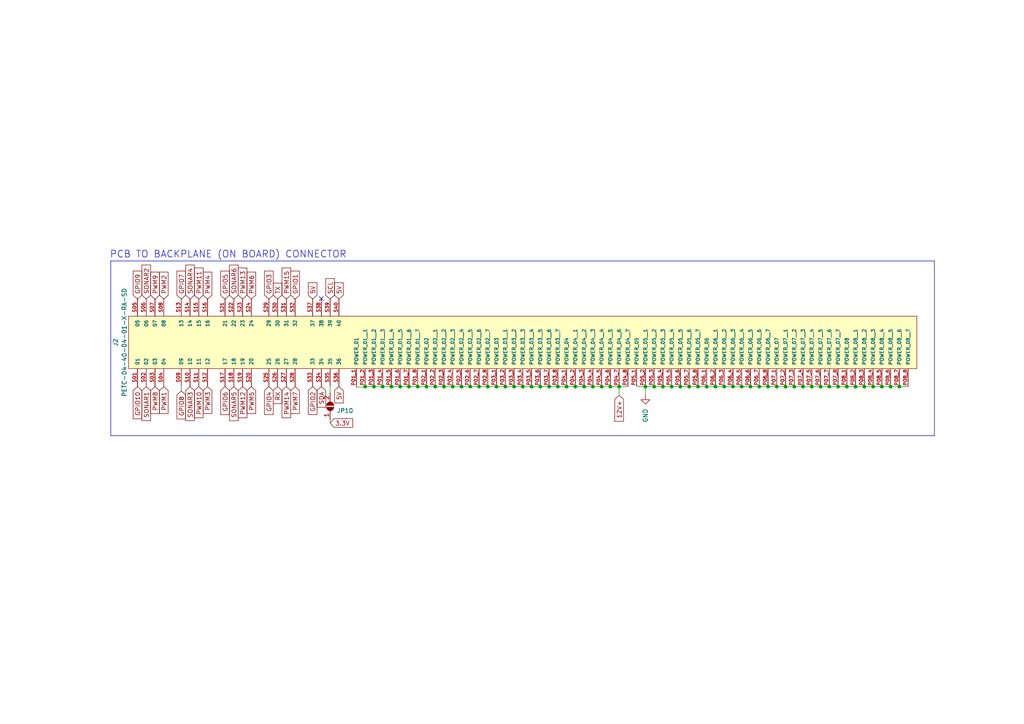
<source format=kicad_sch>
(kicad_sch (version 20230121) (generator eeschema)

  (uuid 86b0c7a1-0dcb-4068-bfb2-2cea95ab7d1c)

  (paper "A4")

  (lib_symbols
    (symbol "Jumper:SolderJumper_2_Open" (pin_names (offset 0) hide) (in_bom yes) (on_board yes)
      (property "Reference" "JP" (at 0 2.032 0)
        (effects (font (size 1.27 1.27)))
      )
      (property "Value" "SolderJumper_2_Open" (at 0 -2.54 0)
        (effects (font (size 1.27 1.27)))
      )
      (property "Footprint" "" (at 0 0 0)
        (effects (font (size 1.27 1.27)) hide)
      )
      (property "Datasheet" "~" (at 0 0 0)
        (effects (font (size 1.27 1.27)) hide)
      )
      (property "ki_keywords" "solder jumper SPST" (at 0 0 0)
        (effects (font (size 1.27 1.27)) hide)
      )
      (property "ki_description" "Solder Jumper, 2-pole, open" (at 0 0 0)
        (effects (font (size 1.27 1.27)) hide)
      )
      (property "ki_fp_filters" "SolderJumper*Open*" (at 0 0 0)
        (effects (font (size 1.27 1.27)) hide)
      )
      (symbol "SolderJumper_2_Open_0_1"
        (arc (start -0.254 1.016) (mid -1.2656 0) (end -0.254 -1.016)
          (stroke (width 0) (type default))
          (fill (type none))
        )
        (arc (start -0.254 1.016) (mid -1.2656 0) (end -0.254 -1.016)
          (stroke (width 0) (type default))
          (fill (type outline))
        )
        (polyline
          (pts
            (xy -0.254 1.016)
            (xy -0.254 -1.016)
          )
          (stroke (width 0) (type default))
          (fill (type none))
        )
        (polyline
          (pts
            (xy 0.254 1.016)
            (xy 0.254 -1.016)
          )
          (stroke (width 0) (type default))
          (fill (type none))
        )
        (arc (start 0.254 -1.016) (mid 1.2656 0) (end 0.254 1.016)
          (stroke (width 0) (type default))
          (fill (type none))
        )
        (arc (start 0.254 -1.016) (mid 1.2656 0) (end 0.254 1.016)
          (stroke (width 0) (type default))
          (fill (type outline))
        )
      )
      (symbol "SolderJumper_2_Open_1_1"
        (pin passive line (at -3.81 0 0) (length 2.54)
          (name "A" (effects (font (size 1.27 1.27))))
          (number "1" (effects (font (size 1.27 1.27))))
        )
        (pin passive line (at 3.81 0 180) (length 2.54)
          (name "B" (effects (font (size 1.27 1.27))))
          (number "2" (effects (font (size 1.27 1.27))))
        )
      )
    )
    (symbol "ON BOARD PCB CONN:PETC-04-40-04-01-X-RA-SD" (pin_names (offset 1.016)) (in_bom yes) (on_board yes)
      (property "Reference" "J" (at -7.62 43.942 0)
        (effects (font (size 1.27 1.27)) (justify left bottom))
      )
      (property "Value" "PETC-04-40-04-01-X-RA-SD" (at -7.62 -187.96 0)
        (effects (font (size 1.27 1.27)) (justify left bottom))
      )
      (property "Footprint" "PETC-04-40-04-01-X-RA-SD:SAMTEC_PETC-04-40-04-01-X-RA-SD" (at 0 0 0)
        (effects (font (size 1.27 1.27)) (justify bottom) hide)
      )
      (property "Datasheet" "" (at 0 0 0)
        (effects (font (size 1.27 1.27)) hide)
      )
      (property "PARTREV" "D" (at 0 0 0)
        (effects (font (size 1.27 1.27)) (justify bottom) hide)
      )
      (property "MANUFACTURER" "Samtec" (at 0 0 0)
        (effects (font (size 1.27 1.27)) (justify bottom) hide)
      )
      (property "MAXIMUM_PACKAGE_HEIGHT" "14.5mm" (at 0 0 0)
        (effects (font (size 1.27 1.27)) (justify bottom) hide)
      )
      (property "STANDARD" "Manufacturer Recommendations" (at 0 0 0)
        (effects (font (size 1.27 1.27)) (justify bottom) hide)
      )
      (symbol "PETC-04-40-04-01-X-RA-SD_0_0"
        (rectangle (start -7.62 -185.42) (end 7.62 43.18)
          (stroke (width 0.1524) (type default))
          (fill (type background))
        )
        (pin power_in line (at -12.7 -22.86 0) (length 5.08)
          (name "POWER_01" (effects (font (size 1.016 1.016))))
          (number "P01_1" (effects (font (size 1.016 1.016))))
        )
        (pin power_in line (at -12.7 -25.4 0) (length 5.08)
          (name "POWER_01__1" (effects (font (size 1.016 1.016))))
          (number "P01_2" (effects (font (size 1.016 1.016))))
        )
        (pin power_in line (at -12.7 -27.94 0) (length 5.08)
          (name "POWER_01__2" (effects (font (size 1.016 1.016))))
          (number "P01_3" (effects (font (size 1.016 1.016))))
        )
        (pin power_in line (at -12.7 -30.48 0) (length 5.08)
          (name "POWER_01__3" (effects (font (size 1.016 1.016))))
          (number "P01_4" (effects (font (size 1.016 1.016))))
        )
        (pin power_in line (at -12.7 -33.02 0) (length 5.08)
          (name "POWER_01__4" (effects (font (size 1.016 1.016))))
          (number "P01_5" (effects (font (size 1.016 1.016))))
        )
        (pin power_in line (at -12.7 -35.56 0) (length 5.08)
          (name "POWER_01__5" (effects (font (size 1.016 1.016))))
          (number "P01_6" (effects (font (size 1.016 1.016))))
        )
        (pin power_in line (at -12.7 -38.1 0) (length 5.08)
          (name "POWER_01__6" (effects (font (size 1.016 1.016))))
          (number "P01_7" (effects (font (size 1.016 1.016))))
        )
        (pin power_in line (at -12.7 -40.64 0) (length 5.08)
          (name "POWER_01__7" (effects (font (size 1.016 1.016))))
          (number "P01_8" (effects (font (size 1.016 1.016))))
        )
        (pin power_in line (at -12.7 -43.18 0) (length 5.08)
          (name "POWER_02" (effects (font (size 1.016 1.016))))
          (number "P02_1" (effects (font (size 1.016 1.016))))
        )
        (pin power_in line (at -12.7 -45.72 0) (length 5.08)
          (name "POWER_02__1" (effects (font (size 1.016 1.016))))
          (number "P02_2" (effects (font (size 1.016 1.016))))
        )
        (pin power_in line (at -12.7 -48.26 0) (length 5.08)
          (name "POWER_02__2" (effects (font (size 1.016 1.016))))
          (number "P02_3" (effects (font (size 1.016 1.016))))
        )
        (pin power_in line (at -12.7 -50.8 0) (length 5.08)
          (name "POWER_02__3" (effects (font (size 1.016 1.016))))
          (number "P02_4" (effects (font (size 1.016 1.016))))
        )
        (pin power_in line (at -12.7 -53.34 0) (length 5.08)
          (name "POWER_02__4" (effects (font (size 1.016 1.016))))
          (number "P02_5" (effects (font (size 1.016 1.016))))
        )
        (pin power_in line (at -12.7 -55.88 0) (length 5.08)
          (name "POWER_02__5" (effects (font (size 1.016 1.016))))
          (number "P02_6" (effects (font (size 1.016 1.016))))
        )
        (pin power_in line (at -12.7 -58.42 0) (length 5.08)
          (name "POWER_02__6" (effects (font (size 1.016 1.016))))
          (number "P02_7" (effects (font (size 1.016 1.016))))
        )
        (pin power_in line (at -12.7 -60.96 0) (length 5.08)
          (name "POWER_02__7" (effects (font (size 1.016 1.016))))
          (number "P02_8" (effects (font (size 1.016 1.016))))
        )
        (pin power_in line (at -12.7 -63.5 0) (length 5.08)
          (name "POWER_03" (effects (font (size 1.016 1.016))))
          (number "P03_1" (effects (font (size 1.016 1.016))))
        )
        (pin power_in line (at -12.7 -66.04 0) (length 5.08)
          (name "POWER_03__1" (effects (font (size 1.016 1.016))))
          (number "P03_2" (effects (font (size 1.016 1.016))))
        )
        (pin power_in line (at -12.7 -68.58 0) (length 5.08)
          (name "POWER_03__2" (effects (font (size 1.016 1.016))))
          (number "P03_3" (effects (font (size 1.016 1.016))))
        )
        (pin power_in line (at -12.7 -71.12 0) (length 5.08)
          (name "POWER_03__3" (effects (font (size 1.016 1.016))))
          (number "P03_4" (effects (font (size 1.016 1.016))))
        )
        (pin power_in line (at -12.7 -73.66 0) (length 5.08)
          (name "POWER_03__4" (effects (font (size 1.016 1.016))))
          (number "P03_5" (effects (font (size 1.016 1.016))))
        )
        (pin power_in line (at -12.7 -76.2 0) (length 5.08)
          (name "POWER_03__5" (effects (font (size 1.016 1.016))))
          (number "P03_6" (effects (font (size 1.016 1.016))))
        )
        (pin power_in line (at -12.7 -78.74 0) (length 5.08)
          (name "POWER_03__6" (effects (font (size 1.016 1.016))))
          (number "P03_7" (effects (font (size 1.016 1.016))))
        )
        (pin power_in line (at -12.7 -81.28 0) (length 5.08)
          (name "POWER_03__7" (effects (font (size 1.016 1.016))))
          (number "P03_8" (effects (font (size 1.016 1.016))))
        )
        (pin power_in line (at -12.7 -83.82 0) (length 5.08)
          (name "POWER_04" (effects (font (size 1.016 1.016))))
          (number "P04_1" (effects (font (size 1.016 1.016))))
        )
        (pin power_in line (at -12.7 -86.36 0) (length 5.08)
          (name "POWER_04__1" (effects (font (size 1.016 1.016))))
          (number "P04_2" (effects (font (size 1.016 1.016))))
        )
        (pin power_in line (at -12.7 -88.9 0) (length 5.08)
          (name "POWER_04__2" (effects (font (size 1.016 1.016))))
          (number "P04_3" (effects (font (size 1.016 1.016))))
        )
        (pin power_in line (at -12.7 -91.44 0) (length 5.08)
          (name "POWER_04__3" (effects (font (size 1.016 1.016))))
          (number "P04_4" (effects (font (size 1.016 1.016))))
        )
        (pin power_in line (at -12.7 -93.98 0) (length 5.08)
          (name "POWER_04__4" (effects (font (size 1.016 1.016))))
          (number "P04_5" (effects (font (size 1.016 1.016))))
        )
        (pin power_in line (at -12.7 -96.52 0) (length 5.08)
          (name "POWER_04__5" (effects (font (size 1.016 1.016))))
          (number "P04_6" (effects (font (size 1.016 1.016))))
        )
        (pin power_in line (at -12.7 -99.06 0) (length 5.08)
          (name "POWER_04__6" (effects (font (size 1.016 1.016))))
          (number "P04_7" (effects (font (size 1.016 1.016))))
        )
        (pin power_in line (at -12.7 -101.6 0) (length 5.08)
          (name "POWER_04__7" (effects (font (size 1.016 1.016))))
          (number "P04_8" (effects (font (size 1.016 1.016))))
        )
        (pin power_in line (at -12.7 -104.14 0) (length 5.08)
          (name "POWER_05" (effects (font (size 1.016 1.016))))
          (number "P05_1" (effects (font (size 1.016 1.016))))
        )
        (pin power_in line (at -12.7 -106.68 0) (length 5.08)
          (name "POWER_05__1" (effects (font (size 1.016 1.016))))
          (number "P05_2" (effects (font (size 1.016 1.016))))
        )
        (pin power_in line (at -12.7 -109.22 0) (length 5.08)
          (name "POWER_05__2" (effects (font (size 1.016 1.016))))
          (number "P05_3" (effects (font (size 1.016 1.016))))
        )
        (pin power_in line (at -12.7 -111.76 0) (length 5.08)
          (name "POWER_05__3" (effects (font (size 1.016 1.016))))
          (number "P05_4" (effects (font (size 1.016 1.016))))
        )
        (pin power_in line (at -12.7 -114.3 0) (length 5.08)
          (name "POWER_05__4" (effects (font (size 1.016 1.016))))
          (number "P05_5" (effects (font (size 1.016 1.016))))
        )
        (pin power_in line (at -12.7 -116.84 0) (length 5.08)
          (name "POWER_05__5" (effects (font (size 1.016 1.016))))
          (number "P05_6" (effects (font (size 1.016 1.016))))
        )
        (pin power_in line (at -12.7 -119.38 0) (length 5.08)
          (name "POWER_05__6" (effects (font (size 1.016 1.016))))
          (number "P05_7" (effects (font (size 1.016 1.016))))
        )
        (pin power_in line (at -12.7 -121.92 0) (length 5.08)
          (name "POWER_05__7" (effects (font (size 1.016 1.016))))
          (number "P05_8" (effects (font (size 1.016 1.016))))
        )
        (pin power_in line (at -12.7 -124.46 0) (length 5.08)
          (name "POWER_06" (effects (font (size 1.016 1.016))))
          (number "P06_1" (effects (font (size 1.016 1.016))))
        )
        (pin power_in line (at -12.7 -127 0) (length 5.08)
          (name "POWER_06__1" (effects (font (size 1.016 1.016))))
          (number "P06_2" (effects (font (size 1.016 1.016))))
        )
        (pin power_in line (at -12.7 -129.54 0) (length 5.08)
          (name "POWER_06__2" (effects (font (size 1.016 1.016))))
          (number "P06_3" (effects (font (size 1.016 1.016))))
        )
        (pin power_in line (at -12.7 -132.08 0) (length 5.08)
          (name "POWER_06__3" (effects (font (size 1.016 1.016))))
          (number "P06_4" (effects (font (size 1.016 1.016))))
        )
        (pin power_in line (at -12.7 -134.62 0) (length 5.08)
          (name "POWER_06__4" (effects (font (size 1.016 1.016))))
          (number "P06_5" (effects (font (size 1.016 1.016))))
        )
        (pin power_in line (at -12.7 -137.16 0) (length 5.08)
          (name "POWER_06__5" (effects (font (size 1.016 1.016))))
          (number "P06_6" (effects (font (size 1.016 1.016))))
        )
        (pin power_in line (at -12.7 -139.7 0) (length 5.08)
          (name "POWER_06__6" (effects (font (size 1.016 1.016))))
          (number "P06_7" (effects (font (size 1.016 1.016))))
        )
        (pin power_in line (at -12.7 -142.24 0) (length 5.08)
          (name "POWER_06__7" (effects (font (size 1.016 1.016))))
          (number "P06_8" (effects (font (size 1.016 1.016))))
        )
        (pin power_in line (at -12.7 -144.78 0) (length 5.08)
          (name "POWER_07" (effects (font (size 1.016 1.016))))
          (number "P07_1" (effects (font (size 1.016 1.016))))
        )
        (pin power_in line (at -12.7 -147.32 0) (length 5.08)
          (name "POWER_07__1" (effects (font (size 1.016 1.016))))
          (number "P07_2" (effects (font (size 1.016 1.016))))
        )
        (pin power_in line (at -12.7 -149.86 0) (length 5.08)
          (name "POWER_07__2" (effects (font (size 1.016 1.016))))
          (number "P07_3" (effects (font (size 1.016 1.016))))
        )
        (pin power_in line (at -12.7 -152.4 0) (length 5.08)
          (name "POWER_07__3" (effects (font (size 1.016 1.016))))
          (number "P07_4" (effects (font (size 1.016 1.016))))
        )
        (pin power_in line (at -12.7 -154.94 0) (length 5.08)
          (name "POWER_07__4" (effects (font (size 1.016 1.016))))
          (number "P07_5" (effects (font (size 1.016 1.016))))
        )
        (pin power_in line (at -12.7 -157.48 0) (length 5.08)
          (name "POWER_07__5" (effects (font (size 1.016 1.016))))
          (number "P07_6" (effects (font (size 1.016 1.016))))
        )
        (pin power_in line (at -12.7 -160.02 0) (length 5.08)
          (name "POWER_07__6" (effects (font (size 1.016 1.016))))
          (number "P07_7" (effects (font (size 1.016 1.016))))
        )
        (pin power_in line (at -12.7 -162.56 0) (length 5.08)
          (name "POWER_07__7" (effects (font (size 1.016 1.016))))
          (number "P07_8" (effects (font (size 1.016 1.016))))
        )
        (pin power_in line (at -12.7 -165.1 0) (length 5.08)
          (name "POWER_08" (effects (font (size 1.016 1.016))))
          (number "P08_1" (effects (font (size 1.016 1.016))))
        )
        (pin power_in line (at -12.7 -167.64 0) (length 5.08)
          (name "POWER_08__1" (effects (font (size 1.016 1.016))))
          (number "P08_2" (effects (font (size 1.016 1.016))))
        )
        (pin power_in line (at -12.7 -170.18 0) (length 5.08)
          (name "POWER_08__2" (effects (font (size 1.016 1.016))))
          (number "P08_3" (effects (font (size 1.016 1.016))))
        )
        (pin power_in line (at -12.7 -172.72 0) (length 5.08)
          (name "POWER_08__3" (effects (font (size 1.016 1.016))))
          (number "P08_4" (effects (font (size 1.016 1.016))))
        )
        (pin power_in line (at -12.7 -175.26 0) (length 5.08)
          (name "POWER_08__4" (effects (font (size 1.016 1.016))))
          (number "P08_5" (effects (font (size 1.016 1.016))))
        )
        (pin power_in line (at -12.7 -177.8 0) (length 5.08)
          (name "POWER_08__5" (effects (font (size 1.016 1.016))))
          (number "P08_6" (effects (font (size 1.016 1.016))))
        )
        (pin power_in line (at -12.7 -180.34 0) (length 5.08)
          (name "POWER_08__6" (effects (font (size 1.016 1.016))))
          (number "P08_7" (effects (font (size 1.016 1.016))))
        )
        (pin power_in line (at -12.7 -182.88 0) (length 5.08)
          (name "POWER_08__7" (effects (font (size 1.016 1.016))))
          (number "P08_8" (effects (font (size 1.016 1.016))))
        )
        (pin passive line (at -12.7 40.64 0) (length 5.08)
          (name "01" (effects (font (size 1.016 1.016))))
          (number "S01" (effects (font (size 1.016 1.016))))
        )
        (pin passive line (at -12.7 38.1 0) (length 5.08)
          (name "02" (effects (font (size 1.016 1.016))))
          (number "S02" (effects (font (size 1.016 1.016))))
        )
        (pin passive line (at -12.7 35.56 0) (length 5.08)
          (name "03" (effects (font (size 1.016 1.016))))
          (number "S03" (effects (font (size 1.016 1.016))))
        )
        (pin passive line (at -12.7 33.02 0) (length 5.08)
          (name "04" (effects (font (size 1.016 1.016))))
          (number "S04" (effects (font (size 1.016 1.016))))
        )
        (pin passive line (at 12.7 40.64 180) (length 5.08)
          (name "05" (effects (font (size 1.016 1.016))))
          (number "S05" (effects (font (size 1.016 1.016))))
        )
        (pin passive line (at 12.7 38.1 180) (length 5.08)
          (name "06" (effects (font (size 1.016 1.016))))
          (number "S06" (effects (font (size 1.016 1.016))))
        )
        (pin passive line (at 12.7 35.56 180) (length 5.08)
          (name "07" (effects (font (size 1.016 1.016))))
          (number "S07" (effects (font (size 1.016 1.016))))
        )
        (pin passive line (at 12.7 33.02 180) (length 5.08)
          (name "08" (effects (font (size 1.016 1.016))))
          (number "S08" (effects (font (size 1.016 1.016))))
        )
        (pin passive line (at -12.7 27.94 0) (length 5.08)
          (name "09" (effects (font (size 1.016 1.016))))
          (number "S09" (effects (font (size 1.016 1.016))))
        )
        (pin passive line (at -12.7 25.4 0) (length 5.08)
          (name "10" (effects (font (size 1.016 1.016))))
          (number "S10" (effects (font (size 1.016 1.016))))
        )
        (pin passive line (at -12.7 22.86 0) (length 5.08)
          (name "11" (effects (font (size 1.016 1.016))))
          (number "S11" (effects (font (size 1.016 1.016))))
        )
        (pin passive line (at -12.7 20.32 0) (length 5.08)
          (name "12" (effects (font (size 1.016 1.016))))
          (number "S12" (effects (font (size 1.016 1.016))))
        )
        (pin passive line (at 12.7 27.94 180) (length 5.08)
          (name "13" (effects (font (size 1.016 1.016))))
          (number "S13" (effects (font (size 1.016 1.016))))
        )
        (pin passive line (at 12.7 25.4 180) (length 5.08)
          (name "14" (effects (font (size 1.016 1.016))))
          (number "S14" (effects (font (size 1.016 1.016))))
        )
        (pin passive line (at 12.7 22.86 180) (length 5.08)
          (name "15" (effects (font (size 1.016 1.016))))
          (number "S15" (effects (font (size 1.016 1.016))))
        )
        (pin passive line (at 12.7 20.32 180) (length 5.08)
          (name "16" (effects (font (size 1.016 1.016))))
          (number "S16" (effects (font (size 1.016 1.016))))
        )
        (pin passive line (at -12.7 15.24 0) (length 5.08)
          (name "17" (effects (font (size 1.016 1.016))))
          (number "S17" (effects (font (size 1.016 1.016))))
        )
        (pin passive line (at -12.7 12.7 0) (length 5.08)
          (name "18" (effects (font (size 1.016 1.016))))
          (number "S18" (effects (font (size 1.016 1.016))))
        )
        (pin passive line (at -12.7 10.16 0) (length 5.08)
          (name "19" (effects (font (size 1.016 1.016))))
          (number "S19" (effects (font (size 1.016 1.016))))
        )
        (pin passive line (at -12.7 7.62 0) (length 5.08)
          (name "20" (effects (font (size 1.016 1.016))))
          (number "S20" (effects (font (size 1.016 1.016))))
        )
        (pin passive line (at 12.7 15.24 180) (length 5.08)
          (name "21" (effects (font (size 1.016 1.016))))
          (number "S21" (effects (font (size 1.016 1.016))))
        )
        (pin passive line (at 12.7 12.7 180) (length 5.08)
          (name "22" (effects (font (size 1.016 1.016))))
          (number "S22" (effects (font (size 1.016 1.016))))
        )
        (pin passive line (at 12.7 10.16 180) (length 5.08)
          (name "23" (effects (font (size 1.016 1.016))))
          (number "S23" (effects (font (size 1.016 1.016))))
        )
        (pin passive line (at 12.7 7.62 180) (length 5.08)
          (name "24" (effects (font (size 1.016 1.016))))
          (number "S24" (effects (font (size 1.016 1.016))))
        )
        (pin passive line (at -12.7 2.54 0) (length 5.08)
          (name "25" (effects (font (size 1.016 1.016))))
          (number "S25" (effects (font (size 1.016 1.016))))
        )
        (pin passive line (at -12.7 0 0) (length 5.08)
          (name "26" (effects (font (size 1.016 1.016))))
          (number "S26" (effects (font (size 1.016 1.016))))
        )
        (pin passive line (at -12.7 -2.54 0) (length 5.08)
          (name "27" (effects (font (size 1.016 1.016))))
          (number "S27" (effects (font (size 1.016 1.016))))
        )
        (pin passive line (at -12.7 -5.08 0) (length 5.08)
          (name "28" (effects (font (size 1.016 1.016))))
          (number "S28" (effects (font (size 1.016 1.016))))
        )
        (pin passive line (at 12.7 2.54 180) (length 5.08)
          (name "29" (effects (font (size 1.016 1.016))))
          (number "S29" (effects (font (size 1.016 1.016))))
        )
        (pin passive line (at 12.7 0 180) (length 5.08)
          (name "30" (effects (font (size 1.016 1.016))))
          (number "S30" (effects (font (size 1.016 1.016))))
        )
        (pin passive line (at 12.7 -2.54 180) (length 5.08)
          (name "31" (effects (font (size 1.016 1.016))))
          (number "S31" (effects (font (size 1.016 1.016))))
        )
        (pin passive line (at 12.7 -5.08 180) (length 5.08)
          (name "32" (effects (font (size 1.016 1.016))))
          (number "S32" (effects (font (size 1.016 1.016))))
        )
        (pin passive line (at -12.7 -10.16 0) (length 5.08)
          (name "33" (effects (font (size 1.016 1.016))))
          (number "S33" (effects (font (size 1.016 1.016))))
        )
        (pin passive line (at -12.7 -12.7 0) (length 5.08)
          (name "34" (effects (font (size 1.016 1.016))))
          (number "S34" (effects (font (size 1.016 1.016))))
        )
        (pin passive line (at -12.7 -15.24 0) (length 5.08)
          (name "35" (effects (font (size 1.016 1.016))))
          (number "S35" (effects (font (size 1.016 1.016))))
        )
        (pin passive line (at -12.7 -17.78 0) (length 5.08)
          (name "36" (effects (font (size 1.016 1.016))))
          (number "S36" (effects (font (size 1.016 1.016))))
        )
        (pin passive line (at 12.7 -10.16 180) (length 5.08)
          (name "37" (effects (font (size 1.016 1.016))))
          (number "S37" (effects (font (size 1.016 1.016))))
        )
        (pin passive line (at 12.7 -12.7 180) (length 5.08)
          (name "38" (effects (font (size 1.016 1.016))))
          (number "S38" (effects (font (size 1.016 1.016))))
        )
        (pin passive line (at 12.7 -15.24 180) (length 5.08)
          (name "39" (effects (font (size 1.016 1.016))))
          (number "S39" (effects (font (size 1.016 1.016))))
        )
        (pin passive line (at 12.7 -17.78 180) (length 5.08)
          (name "40" (effects (font (size 1.016 1.016))))
          (number "S40" (effects (font (size 1.016 1.016))))
        )
      )
    )
    (symbol "power:GND" (power) (pin_names (offset 0)) (in_bom yes) (on_board yes)
      (property "Reference" "#PWR" (at 0 -6.35 0)
        (effects (font (size 1.27 1.27)) hide)
      )
      (property "Value" "GND" (at 0 -3.81 0)
        (effects (font (size 1.27 1.27)))
      )
      (property "Footprint" "" (at 0 0 0)
        (effects (font (size 1.27 1.27)) hide)
      )
      (property "Datasheet" "" (at 0 0 0)
        (effects (font (size 1.27 1.27)) hide)
      )
      (property "ki_keywords" "global power" (at 0 0 0)
        (effects (font (size 1.27 1.27)) hide)
      )
      (property "ki_description" "Power symbol creates a global label with name \"GND\" , ground" (at 0 0 0)
        (effects (font (size 1.27 1.27)) hide)
      )
      (symbol "GND_0_1"
        (polyline
          (pts
            (xy 0 0)
            (xy 0 -1.27)
            (xy 1.27 -1.27)
            (xy 0 -2.54)
            (xy -1.27 -1.27)
            (xy 0 -1.27)
          )
          (stroke (width 0) (type default))
          (fill (type none))
        )
      )
      (symbol "GND_1_1"
        (pin power_in line (at 0 0 270) (length 0) hide
          (name "GND" (effects (font (size 1.27 1.27))))
          (number "1" (effects (font (size 1.27 1.27))))
        )
      )
    )
  )

  (junction (at 121.158 112.141) (diameter 0) (color 0 0 0 0)
    (uuid 0696e861-0699-446d-8d6d-8f883d5a590f)
  )
  (junction (at 253.238 112.141) (diameter 0) (color 0 0 0 0)
    (uuid 07f427f6-cb3b-498a-b7a0-53ceec1947e3)
  )
  (junction (at 207.518 112.141) (diameter 0) (color 0 0 0 0)
    (uuid 157ed648-0b72-43a9-a554-2b932929a28e)
  )
  (junction (at 255.778 112.141) (diameter 0) (color 0 0 0 0)
    (uuid 1fffda23-4706-4524-a8fc-b0bb2e633cbc)
  )
  (junction (at 141.478 112.141) (diameter 0) (color 0 0 0 0)
    (uuid 218ad8d5-3844-477d-ac80-b7cc35bb149c)
  )
  (junction (at 217.678 112.141) (diameter 0) (color 0 0 0 0)
    (uuid 22f202cd-1388-444d-9672-3743597249fc)
  )
  (junction (at 260.858 112.141) (diameter 0) (color 0 0 0 0)
    (uuid 26a175f8-2f81-4119-95d9-8ec96e5f60bc)
  )
  (junction (at 227.838 112.141) (diameter 0) (color 0 0 0 0)
    (uuid 27619249-812a-450a-a082-8c45c7b20fcc)
  )
  (junction (at 235.458 112.141) (diameter 0) (color 0 0 0 0)
    (uuid 30bbcbcb-44ce-4218-bb61-a8a17440d8db)
  )
  (junction (at 171.958 112.141) (diameter 0) (color 0 0 0 0)
    (uuid 38b0a007-532c-4229-983b-8195ef4a1169)
  )
  (junction (at 161.798 112.141) (diameter 0) (color 0 0 0 0)
    (uuid 3b9b455b-f5d3-415d-8f99-25735a4ea509)
  )
  (junction (at 199.898 112.141) (diameter 0) (color 0 0 0 0)
    (uuid 3d671045-abc1-4847-a4c0-9d7ed9a9ffbf)
  )
  (junction (at 194.818 112.141) (diameter 0) (color 0 0 0 0)
    (uuid 406a5d4e-8815-4667-9035-187be56a10fc)
  )
  (junction (at 159.258 112.141) (diameter 0) (color 0 0 0 0)
    (uuid 406a9166-34a7-44fe-8c59-3d9985d339a7)
  )
  (junction (at 156.718 112.141) (diameter 0) (color 0 0 0 0)
    (uuid 413128e4-379b-40ef-b5c4-1f795e2d1279)
  )
  (junction (at 250.698 112.141) (diameter 0) (color 0 0 0 0)
    (uuid 42335b44-b49d-4b0e-86e7-2200ae3ba8ae)
  )
  (junction (at 189.738 112.141) (diameter 0) (color 0 0 0 0)
    (uuid 43eb71be-77d3-4191-9027-515c793675a1)
  )
  (junction (at 149.098 112.141) (diameter 0) (color 0 0 0 0)
    (uuid 49db70b6-1051-4d40-8512-92e44143db0a)
  )
  (junction (at 192.278 112.141) (diameter 0) (color 0 0 0 0)
    (uuid 4ce19c0c-c2db-4d4a-87b1-846c94fc5b3f)
  )
  (junction (at 210.058 112.141) (diameter 0) (color 0 0 0 0)
    (uuid 4f1ca22f-04a5-462f-b62f-c1574833b4b4)
  )
  (junction (at 169.418 112.141) (diameter 0) (color 0 0 0 0)
    (uuid 5b0dbaca-7dee-41eb-bf2f-15393a03662c)
  )
  (junction (at 151.638 112.141) (diameter 0) (color 0 0 0 0)
    (uuid 5e9ddf5e-78de-4c8f-b81b-114e3c6da9d4)
  )
  (junction (at 108.458 112.141) (diameter 0) (color 0 0 0 0)
    (uuid 61bd032c-115e-4a18-aaee-302f94dbad24)
  )
  (junction (at 222.758 112.141) (diameter 0) (color 0 0 0 0)
    (uuid 65232daf-2dd8-4b02-8787-0446ad120113)
  )
  (junction (at 258.318 112.141) (diameter 0) (color 0 0 0 0)
    (uuid 65e6a5fd-0418-41f0-a7f0-0e734bd75f59)
  )
  (junction (at 154.178 112.141) (diameter 0) (color 0 0 0 0)
    (uuid 6705ebc8-5135-4f24-80d8-3986557266c7)
  )
  (junction (at 128.778 112.141) (diameter 0) (color 0 0 0 0)
    (uuid 68994464-88a5-49c7-b06e-a059435bf871)
  )
  (junction (at 240.538 112.141) (diameter 0) (color 0 0 0 0)
    (uuid 6e39dc2a-51ab-45f1-91d3-3048f4f04089)
  )
  (junction (at 215.138 112.141) (diameter 0) (color 0 0 0 0)
    (uuid 6eda4661-ff90-4dae-a814-0276ddad9cde)
  )
  (junction (at 174.498 112.141) (diameter 0) (color 0 0 0 0)
    (uuid 70290ebc-6f7d-4478-b87f-7b531d06ef71)
  )
  (junction (at 237.998 112.141) (diameter 0) (color 0 0 0 0)
    (uuid 8618163a-dab9-4e38-b9ea-c226b835d3a1)
  )
  (junction (at 166.878 112.141) (diameter 0) (color 0 0 0 0)
    (uuid 8788924a-5ca9-46da-9b1c-debbff820aae)
  )
  (junction (at 164.338 112.141) (diameter 0) (color 0 0 0 0)
    (uuid 88533426-f30c-4b9c-b034-5cab55b6aefd)
  )
  (junction (at 113.538 112.141) (diameter 0) (color 0 0 0 0)
    (uuid 8c77a6c0-87b3-42fe-89dd-9919766aa079)
  )
  (junction (at 110.998 112.141) (diameter 0) (color 0 0 0 0)
    (uuid 8d45a3aa-b4f3-4fa6-8c7a-cca5592bae9a)
  )
  (junction (at 133.858 112.141) (diameter 0) (color 0 0 0 0)
    (uuid 9122f1b5-6268-445a-adea-07b2713e3f5d)
  )
  (junction (at 144.018 112.141) (diameter 0) (color 0 0 0 0)
    (uuid 92d19546-8311-4ed8-b58d-7cec5b1631d9)
  )
  (junction (at 136.398 112.141) (diameter 0) (color 0 0 0 0)
    (uuid 94f9bf1e-f5fd-42a6-9b25-557d6184850d)
  )
  (junction (at 230.378 112.141) (diameter 0) (color 0 0 0 0)
    (uuid 98068a83-64bf-427d-a138-ee8c9150e825)
  )
  (junction (at 212.598 112.141) (diameter 0) (color 0 0 0 0)
    (uuid a0394a4a-eacc-4367-b1ae-537ec9937ac8)
  )
  (junction (at 243.078 112.141) (diameter 0) (color 0 0 0 0)
    (uuid ab1d986c-d498-403c-830a-e169aaa8ad9a)
  )
  (junction (at 197.358 112.141) (diameter 0) (color 0 0 0 0)
    (uuid ab52d47a-74db-480e-963e-b7bd1ad5d8de)
  )
  (junction (at 131.318 112.141) (diameter 0) (color 0 0 0 0)
    (uuid ac7232de-67cc-4e43-8008-22e89b902dd5)
  )
  (junction (at 126.238 112.141) (diameter 0) (color 0 0 0 0)
    (uuid ae763018-200c-4908-acc0-7c73ae17e4b1)
  )
  (junction (at 245.618 112.141) (diameter 0) (color 0 0 0 0)
    (uuid b2f91841-c213-4cdc-8178-3b7057c61c1c)
  )
  (junction (at 202.438 112.141) (diameter 0) (color 0 0 0 0)
    (uuid c0d12697-ad63-43bd-89f1-c6bff894342f)
  )
  (junction (at 204.978 112.141) (diameter 0) (color 0 0 0 0)
    (uuid c54adc8d-84d4-435a-b759-bb69eced1461)
  )
  (junction (at 225.298 112.141) (diameter 0) (color 0 0 0 0)
    (uuid c625bbac-c896-4b2b-937b-1fccf23293df)
  )
  (junction (at 146.558 112.141) (diameter 0) (color 0 0 0 0)
    (uuid d8787a0e-0f82-4750-b2b9-8950ecdedb26)
  )
  (junction (at 248.158 112.141) (diameter 0) (color 0 0 0 0)
    (uuid db4c30f9-0174-4732-aea0-05a90951410f)
  )
  (junction (at 187.198 112.141) (diameter 0) (color 0 0 0 0)
    (uuid e04d00e0-e877-4038-bdbd-fd5ab4a11870)
  )
  (junction (at 177.038 112.141) (diameter 0) (color 0 0 0 0)
    (uuid e6b85564-53af-4927-8b90-aaaa91f2e76c)
  )
  (junction (at 220.218 112.141) (diameter 0) (color 0 0 0 0)
    (uuid e75536c4-b233-4c85-adc3-018a97d78518)
  )
  (junction (at 105.918 112.141) (diameter 0) (color 0 0 0 0)
    (uuid e7d4edec-9f2b-49d4-9318-bafca257bad2)
  )
  (junction (at 116.078 112.141) (diameter 0) (color 0 0 0 0)
    (uuid ec8861f1-615d-459e-b804-0efa4cb842d9)
  )
  (junction (at 138.938 112.141) (diameter 0) (color 0 0 0 0)
    (uuid ee022d24-50d3-472c-b2bd-387dda074e79)
  )
  (junction (at 123.698 112.141) (diameter 0) (color 0 0 0 0)
    (uuid f07e3525-0118-45c5-844c-3e3af9b8a145)
  )
  (junction (at 179.578 112.141) (diameter 0) (color 0 0 0 0)
    (uuid f343b18d-94c2-4c07-a1cb-83c758ac5ac0)
  )
  (junction (at 232.918 112.141) (diameter 0) (color 0 0 0 0)
    (uuid f631c502-28a6-4c62-83d3-645baaae0e38)
  )
  (junction (at 118.618 112.141) (diameter 0) (color 0 0 0 0)
    (uuid fe4e8bfb-63db-495c-8911-50d61ee02d3c)
  )

  (no_connect (at 93.218 86.614) (uuid ed615780-d6da-48a7-b302-c76c8c912bf2))

  (wire (pts (xy 80.518 86.614) (xy 80.518 86.741))
    (stroke (width 0) (type default))
    (uuid 0038cf9b-b1fd-4ab1-bc90-7ff434da3044)
  )
  (wire (pts (xy 189.738 112.141) (xy 192.278 112.141))
    (stroke (width 0) (type default))
    (uuid 0044c2f4-d489-4703-a162-b84131c8025a)
  )
  (wire (pts (xy 85.598 86.614) (xy 85.598 86.741))
    (stroke (width 0) (type default))
    (uuid 01ba52b5-84bd-4e63-a337-943ad22e0127)
  )
  (wire (pts (xy 156.718 112.014) (xy 156.718 112.141))
    (stroke (width 0) (type default))
    (uuid 02b9697b-677d-40e0-a45f-9322a1632f10)
  )
  (wire (pts (xy 240.538 112.014) (xy 240.538 112.141))
    (stroke (width 0) (type default))
    (uuid 035c8cd4-750a-42f6-88fe-e0c16aee21e9)
  )
  (wire (pts (xy 230.378 112.141) (xy 232.918 112.141))
    (stroke (width 0) (type default))
    (uuid 05c1b3f9-1909-45fd-832e-b3f4c8ab306e)
  )
  (wire (pts (xy 95.758 86.614) (xy 95.758 86.741))
    (stroke (width 0) (type default))
    (uuid 08c97593-ec54-4f63-8f4a-7216980cd09d)
  )
  (wire (pts (xy 245.618 112.014) (xy 245.618 112.141))
    (stroke (width 0) (type default))
    (uuid 09ba81a7-7952-48bb-a44f-4a2f57462564)
  )
  (wire (pts (xy 237.998 112.014) (xy 237.998 112.141))
    (stroke (width 0) (type default))
    (uuid 09c04a49-f97c-4578-b913-1a043388dcc9)
  )
  (wire (pts (xy 95.758 112.014) (xy 95.758 114.046))
    (stroke (width 0) (type default))
    (uuid 0b08f37d-7fb2-481e-af77-7aa67c8329d9)
  )
  (wire (pts (xy 146.558 112.014) (xy 146.558 112.141))
    (stroke (width 0) (type default))
    (uuid 0d8dfa2a-596d-441d-9224-e691a93bac3d)
  )
  (wire (pts (xy 222.758 112.014) (xy 222.758 112.141))
    (stroke (width 0) (type default))
    (uuid 0da29204-ad6e-406d-bbe8-70b890697134)
  )
  (wire (pts (xy 138.938 112.141) (xy 141.478 112.141))
    (stroke (width 0) (type default))
    (uuid 0e6774b8-dded-4f47-9b77-20ed38df2cc0)
  )
  (wire (pts (xy 222.758 112.141) (xy 225.298 112.141))
    (stroke (width 0) (type default))
    (uuid 0e70c218-a3d3-4fbc-ad96-374ab5f5a22b)
  )
  (wire (pts (xy 144.018 112.141) (xy 146.558 112.141))
    (stroke (width 0) (type default))
    (uuid 0edb8708-b896-4568-8937-e376ffe091d5)
  )
  (wire (pts (xy 65.278 86.614) (xy 65.278 86.741))
    (stroke (width 0) (type default))
    (uuid 0f5813ff-e8f9-48d3-a169-334a70812483)
  )
  (wire (pts (xy 128.778 112.014) (xy 128.778 112.141))
    (stroke (width 0) (type default))
    (uuid 10f1007a-8a6c-4930-871a-7544f1ac5eba)
  )
  (polyline (pts (xy 271.018 126.365) (xy 271.018 75.692))
    (stroke (width 0) (type default))
    (uuid 113c9806-0ab9-4e34-8ff8-0711c85e4b13)
  )

  (wire (pts (xy 70.358 86.614) (xy 70.358 86.741))
    (stroke (width 0) (type default))
    (uuid 113da49d-b64e-458c-9a15-a4e3690a6999)
  )
  (wire (pts (xy 262.382 112.014) (xy 263.398 112.014))
    (stroke (width 0) (type default))
    (uuid 135b4c19-75d1-4474-9880-2dafb2ebafa1)
  )
  (wire (pts (xy 230.378 112.014) (xy 230.378 112.141))
    (stroke (width 0) (type default))
    (uuid 150733c6-12c5-4f52-bd51-611de81ab392)
  )
  (wire (pts (xy 161.798 112.014) (xy 161.798 112.141))
    (stroke (width 0) (type default))
    (uuid 1726a2c3-0cf3-4ceb-884d-781e2e97e7da)
  )
  (wire (pts (xy 83.058 86.614) (xy 83.058 86.741))
    (stroke (width 0) (type default))
    (uuid 172f38a1-88f4-4494-8635-bee21c0833ad)
  )
  (wire (pts (xy 144.018 112.014) (xy 144.018 112.141))
    (stroke (width 0) (type default))
    (uuid 1a20b268-94e7-4492-a3f9-b3cbfd03278d)
  )
  (wire (pts (xy 258.318 112.141) (xy 260.858 112.141))
    (stroke (width 0) (type default))
    (uuid 1c079c29-7955-4395-8de5-a2bd8b206713)
  )
  (wire (pts (xy 171.958 112.141) (xy 174.498 112.141))
    (stroke (width 0) (type default))
    (uuid 1c16c39e-d7a2-4587-93c6-a54098f5e8ae)
  )
  (wire (pts (xy 197.358 112.014) (xy 197.358 112.141))
    (stroke (width 0) (type default))
    (uuid 1d7c03b8-d090-4bda-bdb4-ca766bd42787)
  )
  (wire (pts (xy 243.078 112.141) (xy 245.618 112.141))
    (stroke (width 0) (type default))
    (uuid 1e97e888-2d5f-4af4-92b9-c5e006bdc6b5)
  )
  (wire (pts (xy 60.198 86.614) (xy 60.198 86.741))
    (stroke (width 0) (type default))
    (uuid 1f55fcc6-9c98-455e-9e8e-e4bfb9c6e3db)
  )
  (wire (pts (xy 121.158 112.014) (xy 121.158 112.141))
    (stroke (width 0) (type default))
    (uuid 1f5bfe60-75f9-4080-925b-e3d055caac19)
  )
  (wire (pts (xy 169.418 112.014) (xy 169.418 112.141))
    (stroke (width 0) (type default))
    (uuid 1f6c8bbe-937d-4488-9667-5d6390bc4782)
  )
  (wire (pts (xy 166.878 112.141) (xy 169.418 112.141))
    (stroke (width 0) (type default))
    (uuid 204383aa-c0d3-4fed-a1fb-c92b0f57dc2e)
  )
  (wire (pts (xy 149.098 112.141) (xy 151.638 112.141))
    (stroke (width 0) (type default))
    (uuid 228b9ae8-90a3-4c9f-8880-8850cc38c8fc)
  )
  (wire (pts (xy 184.658 112.014) (xy 185.42 112.014))
    (stroke (width 0) (type default))
    (uuid 23dd80bb-02c2-48ff-8a5c-57bb57fb6fa4)
  )
  (wire (pts (xy 192.278 112.014) (xy 192.278 112.141))
    (stroke (width 0) (type default))
    (uuid 23f63cac-3c19-4c7c-9755-e198254acdc7)
  )
  (wire (pts (xy 110.998 112.014) (xy 110.998 112.141))
    (stroke (width 0) (type default))
    (uuid 25f2ee2f-1d18-42c3-9121-fb4eab3ff4fa)
  )
  (wire (pts (xy 235.458 112.014) (xy 235.458 112.141))
    (stroke (width 0) (type default))
    (uuid 264ab8c3-a845-424f-8fb2-1cc95586eca6)
  )
  (wire (pts (xy 232.918 112.141) (xy 235.458 112.141))
    (stroke (width 0) (type default))
    (uuid 26570d71-26a1-46c9-9343-dbc440b3374d)
  )
  (wire (pts (xy 103.378 112.014) (xy 103.378 112.268))
    (stroke (width 0) (type default))
    (uuid 27c5dc61-8392-47f3-bafc-aa868bd36c9f)
  )
  (wire (pts (xy 133.858 112.141) (xy 136.398 112.141))
    (stroke (width 0) (type default))
    (uuid 299aa4c4-5f17-49af-ab44-8bbd24998a94)
  )
  (wire (pts (xy 217.678 112.141) (xy 220.218 112.141))
    (stroke (width 0) (type default))
    (uuid 2d016ad3-7ddb-4b59-b0cc-aaa900b3a989)
  )
  (wire (pts (xy 154.178 112.014) (xy 154.178 112.141))
    (stroke (width 0) (type default))
    (uuid 2d94b578-845b-4568-b4f2-e4f62615609e)
  )
  (wire (pts (xy 164.338 112.141) (xy 166.878 112.141))
    (stroke (width 0) (type default))
    (uuid 3305314c-4c8a-428c-833c-e2c3eb73b26a)
  )
  (wire (pts (xy 215.138 112.141) (xy 217.678 112.141))
    (stroke (width 0) (type default))
    (uuid 36f3313f-aca8-4cf4-9099-49604bc97b44)
  )
  (wire (pts (xy 217.678 112.014) (xy 217.678 112.141))
    (stroke (width 0) (type default))
    (uuid 371683db-7d80-41ea-8847-95a3a18e05a7)
  )
  (wire (pts (xy 159.258 112.141) (xy 161.798 112.141))
    (stroke (width 0) (type default))
    (uuid 37317991-482e-47a1-9b87-30ec453fc683)
  )
  (wire (pts (xy 47.498 86.614) (xy 47.498 86.741))
    (stroke (width 0) (type default))
    (uuid 37dba3e9-a1a9-4c18-a0bb-326b44cd04ab)
  )
  (wire (pts (xy 166.878 112.014) (xy 166.878 112.141))
    (stroke (width 0) (type default))
    (uuid 3a3a402f-b850-454d-bae9-7a7b6ee449aa)
  )
  (wire (pts (xy 185.42 112.141) (xy 187.198 112.141))
    (stroke (width 0) (type default))
    (uuid 3a5ac46a-d0c1-4b5b-9cda-85fdd40d6b5a)
  )
  (wire (pts (xy 113.538 112.141) (xy 116.078 112.141))
    (stroke (width 0) (type default))
    (uuid 3acbd3d2-f143-41bb-a925-cb6aaf78e97e)
  )
  (wire (pts (xy 151.638 112.141) (xy 154.178 112.141))
    (stroke (width 0) (type default))
    (uuid 3adb5d1b-6e32-4998-b4b3-3c1a8d67fdb5)
  )
  (wire (pts (xy 108.458 112.141) (xy 110.998 112.141))
    (stroke (width 0) (type default))
    (uuid 3c06f190-627f-42ac-8840-bc162b9f98f7)
  )
  (wire (pts (xy 199.898 112.141) (xy 202.438 112.141))
    (stroke (width 0) (type default))
    (uuid 3c0dadf5-8a29-49c9-8507-b896535f3eb1)
  )
  (wire (pts (xy 240.538 112.141) (xy 243.078 112.141))
    (stroke (width 0) (type default))
    (uuid 3c9ed4b5-4c99-40d3-bcc0-a36c2f9d607f)
  )
  (wire (pts (xy 199.898 112.014) (xy 199.898 112.141))
    (stroke (width 0) (type default))
    (uuid 3cba1a78-b8c1-465b-8916-c747ec3d93f8)
  )
  (wire (pts (xy 225.298 112.141) (xy 227.838 112.141))
    (stroke (width 0) (type default))
    (uuid 3f7dcda3-309d-4c68-9505-083c370c4efe)
  )
  (wire (pts (xy 174.498 112.141) (xy 177.038 112.141))
    (stroke (width 0) (type default))
    (uuid 3fb2cf1d-9ec5-4429-bf71-2fbd0f0305e0)
  )
  (wire (pts (xy 227.838 112.141) (xy 230.378 112.141))
    (stroke (width 0) (type default))
    (uuid 40081c71-b9cd-49c4-8641-e7311a4dbdb7)
  )
  (polyline (pts (xy 32.131 75.692) (xy 271.018 75.692))
    (stroke (width 0) (type default))
    (uuid 4042f9e7-7946-49d5-aba0-5f5db8067476)
  )

  (wire (pts (xy 187.198 112.141) (xy 189.738 112.141))
    (stroke (width 0) (type default))
    (uuid 41a14e56-0c56-4bec-817d-8593800806d0)
  )
  (wire (pts (xy 159.258 112.014) (xy 159.258 112.141))
    (stroke (width 0) (type default))
    (uuid 440ab9b3-e5e1-4a8b-a27c-5ba6b37fc870)
  )
  (wire (pts (xy 121.158 112.141) (xy 123.698 112.141))
    (stroke (width 0) (type default))
    (uuid 45219106-1ae7-454e-978f-8c6556e6bbdb)
  )
  (wire (pts (xy 194.818 112.141) (xy 197.358 112.141))
    (stroke (width 0) (type default))
    (uuid 45e91be4-7867-458e-a48f-e719e0ab5ba5)
  )
  (wire (pts (xy 212.598 112.014) (xy 212.598 112.141))
    (stroke (width 0) (type default))
    (uuid 46fa44d3-4f45-4a4a-ac2e-b0dc6ec20519)
  )
  (wire (pts (xy 262.382 112.014) (xy 262.382 112.141))
    (stroke (width 0) (type default))
    (uuid 47b3a05a-9648-4f70-86db-ebdb9d344c28)
  )
  (wire (pts (xy 197.358 112.141) (xy 199.898 112.141))
    (stroke (width 0) (type default))
    (uuid 4813f6db-ca7c-44a8-9a21-97fd5330a120)
  )
  (wire (pts (xy 98.298 86.614) (xy 98.298 86.741))
    (stroke (width 0) (type default))
    (uuid 4a6edb14-ebc1-472f-af1c-b0a7deb1eeb9)
  )
  (wire (pts (xy 39.878 86.614) (xy 39.878 86.741))
    (stroke (width 0) (type default))
    (uuid 4dd26a67-8bbc-4a23-906f-f2bbe1a9e3ef)
  )
  (wire (pts (xy 179.578 112.141) (xy 179.578 114.681))
    (stroke (width 0) (type default))
    (uuid 4de062de-bf86-4e8f-b977-ad57b7098a3b)
  )
  (wire (pts (xy 90.678 86.614) (xy 90.678 86.741))
    (stroke (width 0) (type default))
    (uuid 4f544676-52b4-4954-9fbb-2b27334a625e)
  )
  (wire (pts (xy 194.818 112.014) (xy 194.818 112.141))
    (stroke (width 0) (type default))
    (uuid 500e961c-009c-4e15-84af-eb0a8739bbc2)
  )
  (wire (pts (xy 42.418 112.014) (xy 42.418 112.141))
    (stroke (width 0) (type default))
    (uuid 52755a04-b3f4-472c-8a25-5426107a7cbd)
  )
  (wire (pts (xy 225.298 112.014) (xy 225.298 112.141))
    (stroke (width 0) (type default))
    (uuid 53cdfbbf-7c65-4825-a6dc-6f38c8a65fef)
  )
  (wire (pts (xy 262.382 112.141) (xy 260.858 112.141))
    (stroke (width 0) (type default))
    (uuid 53d80855-b1e5-4df1-a0c1-825f88a1f43a)
  )
  (wire (pts (xy 212.598 112.141) (xy 215.138 112.141))
    (stroke (width 0) (type default))
    (uuid 55b7ed35-c974-4b0c-995a-cd7bea71d30d)
  )
  (wire (pts (xy 248.158 112.141) (xy 250.698 112.141))
    (stroke (width 0) (type default))
    (uuid 5b96cbc2-a239-4b8b-8db2-0f125281d0e3)
  )
  (wire (pts (xy 90.678 112.014) (xy 90.678 112.141))
    (stroke (width 0) (type default))
    (uuid 5ba7963b-7eec-4b8f-bcbc-786c7a05f37a)
  )
  (wire (pts (xy 232.918 112.014) (xy 232.918 112.141))
    (stroke (width 0) (type default))
    (uuid 5e865496-67f8-4d93-b5f2-4d1277f5f2f6)
  )
  (wire (pts (xy 57.658 86.614) (xy 57.658 86.741))
    (stroke (width 0) (type default))
    (uuid 62bbdc64-a67e-4df5-a878-a5edcc4a154c)
  )
  (wire (pts (xy 131.318 112.014) (xy 131.318 112.141))
    (stroke (width 0) (type default))
    (uuid 658b8afc-3509-4352-bffd-4ad544c3b075)
  )
  (wire (pts (xy 123.698 112.014) (xy 123.698 112.141))
    (stroke (width 0) (type default))
    (uuid 664385f9-fd41-4365-88be-d18531edb470)
  )
  (wire (pts (xy 77.978 86.614) (xy 77.978 86.741))
    (stroke (width 0) (type default))
    (uuid 699fa662-9459-4311-86a8-b8dfc23ee1ba)
  )
  (wire (pts (xy 116.078 112.141) (xy 118.618 112.141))
    (stroke (width 0) (type default))
    (uuid 70d92c1a-1b44-4b0d-8f18-5534a2b2f058)
  )
  (wire (pts (xy 250.698 112.014) (xy 250.698 112.141))
    (stroke (width 0) (type default))
    (uuid 7514987a-96f6-49e7-899a-eabbecb59776)
  )
  (wire (pts (xy 42.418 86.614) (xy 42.418 86.741))
    (stroke (width 0) (type default))
    (uuid 7942807c-6f40-4237-99eb-523d2868dd55)
  )
  (wire (pts (xy 105.918 112.141) (xy 108.458 112.141))
    (stroke (width 0) (type default))
    (uuid 7cae8e4f-355f-4aa1-881f-15864d3850a9)
  )
  (wire (pts (xy 72.898 112.014) (xy 72.898 112.141))
    (stroke (width 0) (type default))
    (uuid 7f11df39-c0c9-4b2a-a079-240826c88169)
  )
  (polyline (pts (xy 32.131 126.365) (xy 271.018 126.365))
    (stroke (width 0) (type default))
    (uuid 86d8cd3d-2dae-40e3-b51f-ad316751a94f)
  )

  (wire (pts (xy 47.498 112.014) (xy 47.498 112.141))
    (stroke (width 0) (type default))
    (uuid 8984c986-0d7a-4fdb-8670-f3db81b99fc3)
  )
  (wire (pts (xy 253.238 112.014) (xy 253.238 112.141))
    (stroke (width 0) (type default))
    (uuid 8badafde-155e-4eff-917b-309c6b061f07)
  )
  (wire (pts (xy 133.858 112.014) (xy 133.858 112.141))
    (stroke (width 0) (type default))
    (uuid 8c682508-a203-403e-9d04-30a00464619b)
  )
  (wire (pts (xy 67.818 86.614) (xy 67.818 86.741))
    (stroke (width 0) (type default))
    (uuid 8d8afa6c-64b0-4e6b-b940-e5961d7e00cf)
  )
  (wire (pts (xy 44.958 86.614) (xy 44.958 86.741))
    (stroke (width 0) (type default))
    (uuid 8ebc0c08-9ded-4113-ae4e-c11bbefc7c9c)
  )
  (wire (pts (xy 177.038 112.014) (xy 177.038 112.141))
    (stroke (width 0) (type default))
    (uuid 8f2626b6-f2fd-4f73-860a-f3fb66f5b87e)
  )
  (polyline (pts (xy 32.131 75.692) (xy 32.131 126.365))
    (stroke (width 0) (type default))
    (uuid 9000a0fc-3f9e-4b34-92e9-35bbf1784bcc)
  )

  (wire (pts (xy 169.418 112.141) (xy 171.958 112.141))
    (stroke (width 0) (type default))
    (uuid 92bc627f-c817-4956-b84a-54cf72eed4a1)
  )
  (wire (pts (xy 141.478 112.014) (xy 141.478 112.141))
    (stroke (width 0) (type default))
    (uuid 92ea16c4-f2b4-4ecc-ab26-1f86e127243e)
  )
  (wire (pts (xy 55.118 112.014) (xy 55.118 112.141))
    (stroke (width 0) (type default))
    (uuid 9779cd13-68cd-4fa3-8494-5db8b628c62b)
  )
  (wire (pts (xy 164.338 112.014) (xy 164.338 112.141))
    (stroke (width 0) (type default))
    (uuid 97867e34-a41e-4d2a-8457-a51cdbdac24f)
  )
  (wire (pts (xy 83.058 112.014) (xy 83.058 112.141))
    (stroke (width 0) (type default))
    (uuid 98fabbfc-923c-48ba-b38e-b0790ac7078b)
  )
  (wire (pts (xy 174.498 112.014) (xy 174.498 112.141))
    (stroke (width 0) (type default))
    (uuid 9a05a3fb-8a20-4f18-a84d-c1ed1e9d2b4c)
  )
  (wire (pts (xy 171.958 112.014) (xy 171.958 112.141))
    (stroke (width 0) (type default))
    (uuid 9b490fe2-9faf-4a24-adb4-37e801eddcc9)
  )
  (wire (pts (xy 44.958 112.014) (xy 44.958 112.141))
    (stroke (width 0) (type default))
    (uuid 9b99b69e-3194-4a07-add9-d8b09ba4c279)
  )
  (wire (pts (xy 118.618 112.141) (xy 121.158 112.141))
    (stroke (width 0) (type default))
    (uuid 9c358bf6-5de8-439a-8834-a2f04cb67bbf)
  )
  (wire (pts (xy 245.618 112.141) (xy 248.158 112.141))
    (stroke (width 0) (type default))
    (uuid 9da3533d-d434-4351-abc5-c5593cd8f2c9)
  )
  (wire (pts (xy 210.058 112.014) (xy 210.058 112.141))
    (stroke (width 0) (type default))
    (uuid a03fffb5-aff4-4b85-b323-2458d1379f42)
  )
  (wire (pts (xy 210.058 112.141) (xy 212.598 112.141))
    (stroke (width 0) (type default))
    (uuid a0cc0e8d-e041-4236-84ca-17c6031b3594)
  )
  (wire (pts (xy 116.078 112.014) (xy 116.078 112.141))
    (stroke (width 0) (type default))
    (uuid a1474fde-991b-4e15-ad15-0571d8fdf189)
  )
  (wire (pts (xy 215.138 112.014) (xy 215.138 112.141))
    (stroke (width 0) (type default))
    (uuid a299a437-f13a-4b90-8435-7403375fced6)
  )
  (wire (pts (xy 235.458 112.141) (xy 237.998 112.141))
    (stroke (width 0) (type default))
    (uuid a3434bcf-e09b-489d-9367-6763157e8f6c)
  )
  (wire (pts (xy 108.458 112.014) (xy 108.458 112.141))
    (stroke (width 0) (type default))
    (uuid a40ed4a0-9fb5-48dd-bca2-b70f251527b2)
  )
  (wire (pts (xy 77.978 112.014) (xy 77.978 112.141))
    (stroke (width 0) (type default))
    (uuid a67f6132-2173-4de5-a0dd-e7ce8236c7c5)
  )
  (wire (pts (xy 202.438 112.014) (xy 202.438 112.141))
    (stroke (width 0) (type default))
    (uuid a6f7faf6-abef-4b5b-92d8-eedcdcb1cd86)
  )
  (wire (pts (xy 202.438 112.141) (xy 204.978 112.141))
    (stroke (width 0) (type default))
    (uuid ab61ecb6-b0b2-4fe3-b207-f986f858ade8)
  )
  (wire (pts (xy 189.738 112.014) (xy 189.738 112.141))
    (stroke (width 0) (type default))
    (uuid aca1b992-68cc-4e1a-a83a-5a9084ca27d3)
  )
  (wire (pts (xy 110.998 112.141) (xy 113.538 112.141))
    (stroke (width 0) (type default))
    (uuid ad1d9ddf-c1e9-467c-b19c-a1d63de48470)
  )
  (wire (pts (xy 237.998 112.141) (xy 240.538 112.141))
    (stroke (width 0) (type default))
    (uuid aff160c9-d706-4c60-8aab-640007bded53)
  )
  (wire (pts (xy 65.278 112.014) (xy 65.278 112.141))
    (stroke (width 0) (type default))
    (uuid b04b2cba-44ed-4b57-a157-166957fe962f)
  )
  (wire (pts (xy 149.098 112.014) (xy 149.098 112.141))
    (stroke (width 0) (type default))
    (uuid b13709a5-e408-46b7-b6d3-3efde7496497)
  )
  (wire (pts (xy 250.698 112.141) (xy 253.238 112.141))
    (stroke (width 0) (type default))
    (uuid b29e0faa-a909-400a-969a-297c27a7aa45)
  )
  (wire (pts (xy 181.61 112.141) (xy 179.578 112.141))
    (stroke (width 0) (type default))
    (uuid b3bcaa58-535b-48c6-b859-f34028f67715)
  )
  (wire (pts (xy 255.778 112.141) (xy 258.318 112.141))
    (stroke (width 0) (type default))
    (uuid b3d377fd-ed39-4202-bfe2-7698490001da)
  )
  (wire (pts (xy 136.398 112.141) (xy 138.938 112.141))
    (stroke (width 0) (type default))
    (uuid b616551f-68b4-4236-b983-ee697bcc9d84)
  )
  (wire (pts (xy 113.538 112.014) (xy 113.538 112.141))
    (stroke (width 0) (type default))
    (uuid b7442a4a-eca0-45c3-90e0-e947443ed2cb)
  )
  (wire (pts (xy 220.218 112.141) (xy 222.758 112.141))
    (stroke (width 0) (type default))
    (uuid b9afb801-49ce-4ec3-986d-86e9d1e9a1a2)
  )
  (wire (pts (xy 243.078 112.014) (xy 243.078 112.141))
    (stroke (width 0) (type default))
    (uuid ba406125-07b9-4e97-8e79-895cfbdf6876)
  )
  (wire (pts (xy 72.898 86.614) (xy 72.898 86.741))
    (stroke (width 0) (type default))
    (uuid ba5fdeed-8c7d-4f1c-90d6-2b4202850fff)
  )
  (wire (pts (xy 253.238 112.141) (xy 255.778 112.141))
    (stroke (width 0) (type default))
    (uuid ba61e08d-c907-4a4b-8c97-eecc6484774b)
  )
  (wire (pts (xy 192.278 112.141) (xy 194.818 112.141))
    (stroke (width 0) (type default))
    (uuid bb261d48-022e-4bf3-aa54-6fa175b3dfb5)
  )
  (wire (pts (xy 204.978 112.014) (xy 204.978 112.141))
    (stroke (width 0) (type default))
    (uuid bba0117e-2fb6-46fc-8a2e-0f2a0e20cba4)
  )
  (wire (pts (xy 70.358 112.014) (xy 70.358 112.141))
    (stroke (width 0) (type default))
    (uuid bbb0fa20-982e-46f2-9fdc-934169495d9a)
  )
  (wire (pts (xy 128.778 112.141) (xy 131.318 112.141))
    (stroke (width 0) (type default))
    (uuid bbb6e295-b805-4952-a7c7-a826d32e73cd)
  )
  (wire (pts (xy 146.558 112.141) (xy 149.098 112.141))
    (stroke (width 0) (type default))
    (uuid bff22013-3f1a-465a-9285-7e0c5e1392dd)
  )
  (wire (pts (xy 52.578 86.614) (xy 52.578 86.741))
    (stroke (width 0) (type default))
    (uuid c241f645-d7b6-46ef-b023-d3f5cb658a59)
  )
  (wire (pts (xy 227.838 112.014) (xy 227.838 112.141))
    (stroke (width 0) (type default))
    (uuid c35b9f84-030f-4b7b-b66c-4931ffbcaa90)
  )
  (wire (pts (xy 98.298 112.014) (xy 98.298 112.141))
    (stroke (width 0) (type default))
    (uuid c5905047-8607-4eeb-a013-3511cee3320d)
  )
  (wire (pts (xy 105.918 112.268) (xy 105.918 112.141))
    (stroke (width 0) (type default))
    (uuid c5d73d42-5b2d-4815-8242-c75fd1fe6ec5)
  )
  (wire (pts (xy 177.038 112.141) (xy 179.578 112.141))
    (stroke (width 0) (type default))
    (uuid c658cf83-2449-4873-9a96-c6f0af522ae9)
  )
  (wire (pts (xy 220.218 112.014) (xy 220.218 112.141))
    (stroke (width 0) (type default))
    (uuid c721eec8-ec7a-4b63-8f93-777d8c55a1d9)
  )
  (wire (pts (xy 204.978 112.141) (xy 207.518 112.141))
    (stroke (width 0) (type default))
    (uuid c827a01a-a2a0-496c-b7ea-a7c933c99e9a)
  )
  (wire (pts (xy 248.158 112.014) (xy 248.158 112.141))
    (stroke (width 0) (type default))
    (uuid ca16b27d-6ad4-4c9e-9514-2ece827609b7)
  )
  (wire (pts (xy 185.42 112.014) (xy 185.42 112.141))
    (stroke (width 0) (type default))
    (uuid cb25158e-e842-486b-b555-89ffe60a1e14)
  )
  (wire (pts (xy 136.398 112.014) (xy 136.398 112.141))
    (stroke (width 0) (type default))
    (uuid ccd9b6ba-f108-45b7-b7e8-45ba80bdf188)
  )
  (wire (pts (xy 255.778 112.014) (xy 255.778 112.141))
    (stroke (width 0) (type default))
    (uuid d1cc2231-5687-477e-a560-d096156dcc27)
  )
  (wire (pts (xy 80.518 112.014) (xy 80.518 112.141))
    (stroke (width 0) (type default))
    (uuid d2f02199-6bf8-4a35-9ffb-f0c59d140e66)
  )
  (wire (pts (xy 52.578 113.411) (xy 52.578 112.014))
    (stroke (width 0) (type default))
    (uuid d56005e5-02b7-40e1-b375-d208d90dc748)
  )
  (wire (pts (xy 138.938 112.014) (xy 138.938 112.141))
    (stroke (width 0) (type default))
    (uuid d5f4a4a2-7ca9-4427-8e03-5f99afd86c18)
  )
  (wire (pts (xy 126.238 112.014) (xy 126.238 112.141))
    (stroke (width 0) (type default))
    (uuid d7d9261e-ab74-48f5-b0c9-6cf185dd448b)
  )
  (wire (pts (xy 55.118 86.614) (xy 55.118 86.741))
    (stroke (width 0) (type default))
    (uuid d89a5a5c-4cf1-4e02-b63e-5f1bf77b2b80)
  )
  (wire (pts (xy 187.198 112.141) (xy 187.198 114.681))
    (stroke (width 0) (type default))
    (uuid db9d6c68-911b-441f-bc57-09fc1d8038d4)
  )
  (wire (pts (xy 103.378 112.268) (xy 105.918 112.268))
    (stroke (width 0) (type default))
    (uuid dc167228-f0be-4479-9d22-07700e1f39c1)
  )
  (wire (pts (xy 141.478 112.141) (xy 144.018 112.141))
    (stroke (width 0) (type default))
    (uuid dc814682-e5f1-42a0-8107-927f6613d4c3)
  )
  (wire (pts (xy 93.218 112.014) (xy 93.218 112.141))
    (stroke (width 0) (type default))
    (uuid dcce65da-12a8-44e9-a819-5c9409f14661)
  )
  (wire (pts (xy 118.618 112.014) (xy 118.618 112.141))
    (stroke (width 0) (type default))
    (uuid df7ed761-50e7-4bb3-a21d-94eabaec5648)
  )
  (wire (pts (xy 154.178 112.141) (xy 156.718 112.141))
    (stroke (width 0) (type default))
    (uuid e30ef6e4-1eb9-41e9-a16d-eac127d43875)
  )
  (wire (pts (xy 156.718 112.141) (xy 159.258 112.141))
    (stroke (width 0) (type default))
    (uuid e32f8512-8bf6-46bd-8c16-2c7cb28cddaf)
  )
  (wire (pts (xy 207.518 112.141) (xy 210.058 112.141))
    (stroke (width 0) (type default))
    (uuid e4e97518-1197-4244-80ee-e53d71891e01)
  )
  (wire (pts (xy 126.238 112.141) (xy 128.778 112.141))
    (stroke (width 0) (type default))
    (uuid e5cf82e0-dfb2-496c-ab74-776253e4bc96)
  )
  (wire (pts (xy 207.518 112.014) (xy 207.518 112.141))
    (stroke (width 0) (type default))
    (uuid e65e7759-0a53-49b4-bbfc-4d0a0b06ddde)
  )
  (wire (pts (xy 161.798 112.141) (xy 164.338 112.141))
    (stroke (width 0) (type default))
    (uuid ea66b316-0216-4e29-918b-6c8ec8fd7591)
  )
  (wire (pts (xy 179.578 112.014) (xy 179.578 112.141))
    (stroke (width 0) (type default))
    (uuid ec4f411e-3146-4ad9-a420-66a3cffb836a)
  )
  (wire (pts (xy 131.318 112.141) (xy 133.858 112.141))
    (stroke (width 0) (type default))
    (uuid ee51e385-c0d2-41fe-a1c0-052c77e58a8f)
  )
  (wire (pts (xy 151.638 112.014) (xy 151.638 112.141))
    (stroke (width 0) (type default))
    (uuid ee8a637a-6fc6-4b03-bcd9-fcdfe4d2d5c5)
  )
  (wire (pts (xy 67.818 112.014) (xy 67.818 112.141))
    (stroke (width 0) (type default))
    (uuid ef531569-0233-4632-bb35-055adddfe508)
  )
  (wire (pts (xy 57.658 112.014) (xy 57.658 112.141))
    (stroke (width 0) (type default))
    (uuid f269d4a5-c0bc-4d1b-8a78-87ef237f252e)
  )
  (wire (pts (xy 85.598 112.014) (xy 85.598 112.141))
    (stroke (width 0) (type default))
    (uuid f3c58bcb-ee36-4e20-be22-0566f426ec17)
  )
  (wire (pts (xy 123.698 112.141) (xy 126.238 112.141))
    (stroke (width 0) (type default))
    (uuid f48d34e6-0e8e-4805-b476-84ba8a7f4c0d)
  )
  (wire (pts (xy 39.878 112.014) (xy 39.878 112.141))
    (stroke (width 0) (type default))
    (uuid f667a535-8a1d-4709-b46f-5853bf3098aa)
  )
  (wire (pts (xy 258.318 112.014) (xy 258.318 112.141))
    (stroke (width 0) (type default))
    (uuid f7e747a3-7db9-42d2-bd9b-59c8992e5d0c)
  )
  (wire (pts (xy 60.198 112.014) (xy 60.198 112.141))
    (stroke (width 0) (type default))
    (uuid f86c3dcd-d360-4e90-8b94-4d0c8e137df5)
  )
  (wire (pts (xy 105.918 112.014) (xy 105.918 112.141))
    (stroke (width 0) (type default))
    (uuid f9079ecb-de6f-4c0c-a273-7b8e5c282c73)
  )
  (wire (pts (xy 181.61 112.014) (xy 182.118 112.014))
    (stroke (width 0) (type default))
    (uuid fa554c59-387e-449f-8c80-2c463ab7ac5e)
  )
  (wire (pts (xy 260.858 112.014) (xy 260.858 112.141))
    (stroke (width 0) (type default))
    (uuid fba7be7a-23e4-4dbb-81d9-21e1fc362e04)
  )
  (wire (pts (xy 95.758 121.666) (xy 95.758 122.682))
    (stroke (width 0) (type default))
    (uuid fcae2e35-6d4d-4945-a707-7c30cd934781)
  )
  (wire (pts (xy 187.198 112.014) (xy 187.198 112.141))
    (stroke (width 0) (type default))
    (uuid ff709838-1281-4f24-9768-566a265a0d77)
  )
  (wire (pts (xy 181.61 112.014) (xy 181.61 112.141))
    (stroke (width 0) (type default))
    (uuid ffebdb7c-9a62-4817-8b64-be45bb1ffedf)
  )

  (text "PCB TO BACKPLANE (ON BOARD) CONNECTOR\n" (at 100.584 75.057 0)
    (effects (font (size 2 2)) (justify right bottom))
    (uuid f7b9df9c-462f-4f55-bff1-d1133044756f)
  )

  (global_label "GPIO1" (shape input) (at 85.598 86.741 90) (fields_autoplaced)
    (effects (font (size 1.27 1.27)) (justify left))
    (uuid 01d17e77-22aa-4ca7-b1bd-cafe08a921b0)
    (property "Intersheetrefs" "${INTERSHEET_REFS}" (at 85.598 78.071 90)
      (effects (font (size 1.27 1.27)) (justify left) hide)
    )
  )
  (global_label "TX" (shape input) (at 80.518 86.741 90) (fields_autoplaced)
    (effects (font (size 1.27 1.27)) (justify left))
    (uuid 0249d672-2c38-44ed-b51d-ef91ae4e431c)
    (property "Intersheetrefs" "${INTERSHEET_REFS}" (at 80.518 81.5787 90)
      (effects (font (size 1.27 1.27)) (justify left) hide)
    )
  )
  (global_label "PWM14" (shape input) (at 83.058 112.141 270) (fields_autoplaced)
    (effects (font (size 1.27 1.27)) (justify right))
    (uuid 0aab353c-4191-4120-ab17-89d611d225d6)
    (property "Intersheetrefs" "${INTERSHEET_REFS}" (at 83.058 121.718 90)
      (effects (font (size 1.27 1.27)) (justify right) hide)
    )
  )
  (global_label "SDA" (shape input) (at 93.218 112.141 270) (fields_autoplaced)
    (effects (font (size 1.27 1.27)) (justify right))
    (uuid 0da128da-f108-4d26-abfb-3857d7717e89)
    (property "Intersheetrefs" "${INTERSHEET_REFS}" (at 93.218 118.6943 90)
      (effects (font (size 1.27 1.27)) (justify right) hide)
    )
  )
  (global_label "GPIO6" (shape input) (at 65.278 112.141 270) (fields_autoplaced)
    (effects (font (size 1.27 1.27)) (justify right))
    (uuid 1092e297-ad62-452c-b94d-6d93549cee10)
    (property "Intersheetrefs" "${INTERSHEET_REFS}" (at 65.278 120.811 90)
      (effects (font (size 1.27 1.27)) (justify right) hide)
    )
  )
  (global_label "SONAR2" (shape input) (at 42.418 86.741 90) (fields_autoplaced)
    (effects (font (size 1.27 1.27)) (justify left))
    (uuid 1b243e55-8258-4d02-a528-ec38d64807ab)
    (property "Intersheetrefs" "${INTERSHEET_REFS}" (at 42.418 76.3172 90)
      (effects (font (size 1.27 1.27)) (justify left) hide)
    )
  )
  (global_label "PWM8" (shape input) (at 44.958 112.141 270) (fields_autoplaced)
    (effects (font (size 1.27 1.27)) (justify right))
    (uuid 2a278900-c437-409e-98ea-adb4a11f53b0)
    (property "Intersheetrefs" "${INTERSHEET_REFS}" (at 44.958 120.5085 90)
      (effects (font (size 1.27 1.27)) (justify right) hide)
    )
  )
  (global_label "PWM6" (shape input) (at 72.898 86.741 90) (fields_autoplaced)
    (effects (font (size 1.27 1.27)) (justify left))
    (uuid 2fa60521-deea-4bb9-9f85-031ab6ff3f8e)
    (property "Intersheetrefs" "${INTERSHEET_REFS}" (at 72.898 78.3735 90)
      (effects (font (size 1.27 1.27)) (justify left) hide)
    )
  )
  (global_label "3.3V" (shape input) (at 95.758 122.682 0) (fields_autoplaced)
    (effects (font (size 1.27 1.27)) (justify left))
    (uuid 316f56e3-6b68-49e3-8388-7d1dbb330f77)
    (property "Intersheetrefs" "${INTERSHEET_REFS}" (at 102.8556 122.682 0)
      (effects (font (size 1.27 1.27)) (justify left) hide)
    )
  )
  (global_label "5V" (shape input) (at 98.298 86.741 90) (fields_autoplaced)
    (effects (font (size 1.27 1.27)) (justify left))
    (uuid 3506bbef-92c1-4758-afeb-8d2a221ae336)
    (property "Intersheetrefs" "${INTERSHEET_REFS}" (at 98.298 81.4577 90)
      (effects (font (size 1.27 1.27)) (justify left) hide)
    )
  )
  (global_label "SCL" (shape input) (at 95.758 86.741 90) (fields_autoplaced)
    (effects (font (size 1.27 1.27)) (justify left))
    (uuid 39d0cb58-6c64-45b5-a948-03b52bdc1f19)
    (property "Intersheetrefs" "${INTERSHEET_REFS}" (at 95.758 80.2482 90)
      (effects (font (size 1.27 1.27)) (justify left) hide)
    )
  )
  (global_label "PWM12" (shape input) (at 70.358 112.141 270) (fields_autoplaced)
    (effects (font (size 1.27 1.27)) (justify right))
    (uuid 416f34a3-3304-4304-808c-c56b19a26e47)
    (property "Intersheetrefs" "${INTERSHEET_REFS}" (at 70.358 121.718 90)
      (effects (font (size 1.27 1.27)) (justify right) hide)
    )
  )
  (global_label "PWM9" (shape input) (at 44.958 86.741 90) (fields_autoplaced)
    (effects (font (size 1.27 1.27)) (justify left))
    (uuid 429995b9-d211-4459-af3f-48e9475daf0e)
    (property "Intersheetrefs" "${INTERSHEET_REFS}" (at 44.958 78.3735 90)
      (effects (font (size 1.27 1.27)) (justify left) hide)
    )
  )
  (global_label "PWM1" (shape input) (at 47.498 112.141 270) (fields_autoplaced)
    (effects (font (size 1.27 1.27)) (justify right))
    (uuid 48c8dc2b-665e-4374-9db7-32014c5aaf56)
    (property "Intersheetrefs" "${INTERSHEET_REFS}" (at 47.498 120.5085 90)
      (effects (font (size 1.27 1.27)) (justify right) hide)
    )
  )
  (global_label "GPIO8" (shape input) (at 52.578 113.411 270) (fields_autoplaced)
    (effects (font (size 1.27 1.27)) (justify right))
    (uuid 4ab96d0b-4255-44db-beb5-b0178e95fbe8)
    (property "Intersheetrefs" "${INTERSHEET_REFS}" (at 52.578 122.081 90)
      (effects (font (size 1.27 1.27)) (justify right) hide)
    )
  )
  (global_label "5V" (shape input) (at 98.298 112.141 270) (fields_autoplaced)
    (effects (font (size 1.27 1.27)) (justify right))
    (uuid 5127c136-adfc-4f4f-81b3-becb90f3d958)
    (property "Intersheetrefs" "${INTERSHEET_REFS}" (at 98.298 117.4243 90)
      (effects (font (size 1.27 1.27)) (justify right) hide)
    )
  )
  (global_label "12V+" (shape input) (at 179.578 114.681 270) (fields_autoplaced)
    (effects (font (size 1.27 1.27)) (justify right))
    (uuid 53bfad34-a30e-415e-be31-8f040babc260)
    (property "Intersheetrefs" "${INTERSHEET_REFS}" (at 179.578 122.7462 90)
      (effects (font (size 1.27 1.27)) (justify right) hide)
    )
  )
  (global_label "SONAR3" (shape input) (at 55.118 112.141 270) (fields_autoplaced)
    (effects (font (size 1.27 1.27)) (justify right))
    (uuid 5a708963-1dab-4cc1-8bf2-50ee5eb612ae)
    (property "Intersheetrefs" "${INTERSHEET_REFS}" (at 55.118 122.5648 90)
      (effects (font (size 1.27 1.27)) (justify right) hide)
    )
  )
  (global_label "SONAR6" (shape input) (at 67.818 86.741 90) (fields_autoplaced)
    (effects (font (size 1.27 1.27)) (justify left))
    (uuid 77b1afaa-c01a-481c-a74b-eea357f36cca)
    (property "Intersheetrefs" "${INTERSHEET_REFS}" (at 67.818 76.3172 90)
      (effects (font (size 1.27 1.27)) (justify left) hide)
    )
  )
  (global_label "GPIO7" (shape input) (at 52.578 86.741 90) (fields_autoplaced)
    (effects (font (size 1.27 1.27)) (justify left))
    (uuid 7a04b66f-3713-413b-b125-304fbf1e38f4)
    (property "Intersheetrefs" "${INTERSHEET_REFS}" (at 52.578 78.071 90)
      (effects (font (size 1.27 1.27)) (justify left) hide)
    )
  )
  (global_label "SONAR1" (shape input) (at 42.418 112.141 270) (fields_autoplaced)
    (effects (font (size 1.27 1.27)) (justify right))
    (uuid 839c8e95-944a-42c8-8d44-9b84a50524f0)
    (property "Intersheetrefs" "${INTERSHEET_REFS}" (at 42.418 122.5648 90)
      (effects (font (size 1.27 1.27)) (justify right) hide)
    )
  )
  (global_label "PWM11" (shape input) (at 57.658 86.741 90) (fields_autoplaced)
    (effects (font (size 1.27 1.27)) (justify left))
    (uuid 89edd389-d6da-4f95-919b-f383748be8a9)
    (property "Intersheetrefs" "${INTERSHEET_REFS}" (at 57.658 77.164 90)
      (effects (font (size 1.27 1.27)) (justify left) hide)
    )
  )
  (global_label "GPIO5" (shape input) (at 65.278 86.741 90) (fields_autoplaced)
    (effects (font (size 1.27 1.27)) (justify left))
    (uuid 8b322235-c3ae-4769-8bfa-e539976400fd)
    (property "Intersheetrefs" "${INTERSHEET_REFS}" (at 65.278 78.071 90)
      (effects (font (size 1.27 1.27)) (justify left) hide)
    )
  )
  (global_label "GPIO2" (shape input) (at 90.678 112.141 270) (fields_autoplaced)
    (effects (font (size 1.27 1.27)) (justify right))
    (uuid 9f23723b-9861-4892-b6c6-ed2b721f2f6b)
    (property "Intersheetrefs" "${INTERSHEET_REFS}" (at 90.678 120.811 90)
      (effects (font (size 1.27 1.27)) (justify right) hide)
    )
  )
  (global_label "GPIO4" (shape input) (at 77.978 112.141 270) (fields_autoplaced)
    (effects (font (size 1.27 1.27)) (justify right))
    (uuid a60fe5c4-b152-407f-a3ca-73b44f17f830)
    (property "Intersheetrefs" "${INTERSHEET_REFS}" (at 77.978 120.811 90)
      (effects (font (size 1.27 1.27)) (justify right) hide)
    )
  )
  (global_label "RX" (shape input) (at 80.518 112.141 270) (fields_autoplaced)
    (effects (font (size 1.27 1.27)) (justify right))
    (uuid aa888a1f-b9be-4692-9211-4ca5832e5f94)
    (property "Intersheetrefs" "${INTERSHEET_REFS}" (at 80.518 117.6057 90)
      (effects (font (size 1.27 1.27)) (justify right) hide)
    )
  )
  (global_label "PWM15" (shape input) (at 83.058 86.741 90) (fields_autoplaced)
    (effects (font (size 1.27 1.27)) (justify left))
    (uuid ac10b859-4015-494b-bf2e-fe5ac4f7ec9a)
    (property "Intersheetrefs" "${INTERSHEET_REFS}" (at 83.058 77.164 90)
      (effects (font (size 1.27 1.27)) (justify left) hide)
    )
  )
  (global_label "PWM7" (shape input) (at 85.598 112.141 270) (fields_autoplaced)
    (effects (font (size 1.27 1.27)) (justify right))
    (uuid b500da61-2d41-4c6a-9189-631a7619efc1)
    (property "Intersheetrefs" "${INTERSHEET_REFS}" (at 85.598 120.5085 90)
      (effects (font (size 1.27 1.27)) (justify right) hide)
    )
  )
  (global_label "PWM13" (shape input) (at 70.358 86.741 90) (fields_autoplaced)
    (effects (font (size 1.27 1.27)) (justify left))
    (uuid bc1e6012-e5ce-422c-9b27-f8c6d1326741)
    (property "Intersheetrefs" "${INTERSHEET_REFS}" (at 70.358 77.164 90)
      (effects (font (size 1.27 1.27)) (justify left) hide)
    )
  )
  (global_label "PWM4" (shape input) (at 60.198 86.741 90) (fields_autoplaced)
    (effects (font (size 1.27 1.27)) (justify left))
    (uuid bffdb1c9-69b4-47d8-8aa8-b6e7aa46204b)
    (property "Intersheetrefs" "${INTERSHEET_REFS}" (at 60.198 78.3735 90)
      (effects (font (size 1.27 1.27)) (justify left) hide)
    )
  )
  (global_label "5V" (shape input) (at 90.678 86.741 90) (fields_autoplaced)
    (effects (font (size 1.27 1.27)) (justify left))
    (uuid ca36b0d0-0d58-49fa-a1d6-30daf9b6f9b7)
    (property "Intersheetrefs" "${INTERSHEET_REFS}" (at 90.678 81.4577 90)
      (effects (font (size 1.27 1.27)) (justify left) hide)
    )
  )
  (global_label "PWM5" (shape input) (at 72.898 112.141 270) (fields_autoplaced)
    (effects (font (size 1.27 1.27)) (justify right))
    (uuid d6fc8ac5-7094-4a01-a63e-f8c91af94428)
    (property "Intersheetrefs" "${INTERSHEET_REFS}" (at 72.898 120.5085 90)
      (effects (font (size 1.27 1.27)) (justify right) hide)
    )
  )
  (global_label "GPIO9" (shape input) (at 39.878 86.741 90) (fields_autoplaced)
    (effects (font (size 1.27 1.27)) (justify left))
    (uuid d81ec447-879b-4533-b17e-d16fe060f803)
    (property "Intersheetrefs" "${INTERSHEET_REFS}" (at 39.878 78.071 90)
      (effects (font (size 1.27 1.27)) (justify left) hide)
    )
  )
  (global_label "SONAR5" (shape input) (at 67.818 112.141 270) (fields_autoplaced)
    (effects (font (size 1.27 1.27)) (justify right))
    (uuid de3add51-f8ec-4b9b-9e80-9606799c0266)
    (property "Intersheetrefs" "${INTERSHEET_REFS}" (at 67.818 122.5648 90)
      (effects (font (size 1.27 1.27)) (justify right) hide)
    )
  )
  (global_label "PWM2" (shape input) (at 47.498 86.741 90) (fields_autoplaced)
    (effects (font (size 1.27 1.27)) (justify left))
    (uuid e7212544-d98d-4cc1-b380-3808123a1ba0)
    (property "Intersheetrefs" "${INTERSHEET_REFS}" (at 47.498 78.3735 90)
      (effects (font (size 1.27 1.27)) (justify left) hide)
    )
  )
  (global_label "PWM3" (shape input) (at 60.198 112.141 270) (fields_autoplaced)
    (effects (font (size 1.27 1.27)) (justify right))
    (uuid e97240fe-48d2-4706-9e6d-2d4dc05998ab)
    (property "Intersheetrefs" "${INTERSHEET_REFS}" (at 60.198 120.5085 90)
      (effects (font (size 1.27 1.27)) (justify right) hide)
    )
  )
  (global_label "GPIO10" (shape input) (at 39.878 112.141 270) (fields_autoplaced)
    (effects (font (size 1.27 1.27)) (justify right))
    (uuid ecaacd93-e9ac-4811-b950-ade82597ff13)
    (property "Intersheetrefs" "${INTERSHEET_REFS}" (at 39.878 122.0205 90)
      (effects (font (size 1.27 1.27)) (justify right) hide)
    )
  )
  (global_label "GPIO3" (shape input) (at 77.978 86.741 90) (fields_autoplaced)
    (effects (font (size 1.27 1.27)) (justify left))
    (uuid efb42819-2199-4b1f-83fb-dfc83c130572)
    (property "Intersheetrefs" "${INTERSHEET_REFS}" (at 77.978 78.071 90)
      (effects (font (size 1.27 1.27)) (justify left) hide)
    )
  )
  (global_label "SONAR4" (shape input) (at 55.118 86.741 90) (fields_autoplaced)
    (effects (font (size 1.27 1.27)) (justify left))
    (uuid f2b4c1f1-4141-4a17-990f-090e742bd7b0)
    (property "Intersheetrefs" "${INTERSHEET_REFS}" (at 55.118 76.3172 90)
      (effects (font (size 1.27 1.27)) (justify left) hide)
    )
  )
  (global_label "PWM10" (shape input) (at 57.658 112.141 270) (fields_autoplaced)
    (effects (font (size 1.27 1.27)) (justify right))
    (uuid f8efc71c-6d8b-45ba-88e2-0bf097e6d4d3)
    (property "Intersheetrefs" "${INTERSHEET_REFS}" (at 57.658 121.718 90)
      (effects (font (size 1.27 1.27)) (justify right) hide)
    )
  )

  (symbol (lib_id "power:GND") (at 187.198 114.681 0) (unit 1)
    (in_bom yes) (on_board yes) (dnp no) (fields_autoplaced)
    (uuid c4d8df5a-5e9b-435b-ba17-5c56b03710bb)
    (property "Reference" "#PWR01" (at 187.198 121.031 0)
      (effects (font (size 1.27 1.27)) hide)
    )
    (property "Value" "GND" (at 187.198 118.491 90)
      (effects (font (size 1.27 1.27)) (justify right))
    )
    (property "Footprint" "" (at 187.198 114.681 0)
      (effects (font (size 1.27 1.27)) hide)
    )
    (property "Datasheet" "" (at 187.198 114.681 0)
      (effects (font (size 1.27 1.27)) hide)
    )
    (pin "1" (uuid 88027b30-aea3-4380-a3b9-24c2fc7963c0))
    (instances
      (project "SensorBoard"
        (path "/3f238cac-575e-4be5-b739-5e24be41aa4b"
          (reference "#PWR01") (unit 1)
        )
      )
      (project "SCHEM_FOR_BACKPLANE"
        (path "/48429adc-2afe-4d8d-ac7a-94d4b52b8848"
          (reference "#PWR01") (unit 1)
        )
      )
      (project "SensorBoard"
        (path "/591c9ae5-8c2b-473d-878e-81c90ad17104"
          (reference "#PWR01") (unit 1)
        )
      )
      (project "Template For Size of PCB"
        (path "/b233602e-baad-42a2-9650-16560ea09aab"
          (reference "#PWR01") (unit 1)
        )
      )
      (project "backplane mess around"
        (path "/e788b14a-47b2-4532-942f-59f1c8f02fb1"
          (reference "#PWR02") (unit 1)
        )
      )
      (project "PowerBoard_2024"
        (path "/edafbba2-a435-43f4-b562-0d9c3591042d"
          (reference "#PWR02") (unit 1)
        )
        (path "/edafbba2-a435-43f4-b562-0d9c3591042d/2389b07f-71bb-40c5-bfef-bed7686f54cb"
          (reference "#PWR01") (unit 1)
        )
      )
    )
  )

  (symbol (lib_id "ON BOARD PCB CONN:PETC-04-40-04-01-X-RA-SD") (at 80.518 99.314 90) (unit 1)
    (in_bom yes) (on_board yes) (dnp no) (fields_autoplaced)
    (uuid c9b3a12e-d651-4427-b84d-5a8c3c2ac5fa)
    (property "Reference" "J2" (at 33.528 99.314 0)
      (effects (font (size 1.27 1.27)))
    )
    (property "Value" "PETC-04-40-04-01-X-RA-SD" (at 36.068 99.314 0)
      (effects (font (size 1.27 1.27)))
    )
    (property "Footprint" "footprints:SAMTEC_PETC-04-40-04-01-X-RA-SD" (at 80.518 99.314 0)
      (effects (font (size 1.27 1.27)) (justify bottom) hide)
    )
    (property "Datasheet" "" (at 80.518 99.314 0)
      (effects (font (size 1.27 1.27)) hide)
    )
    (property "PARTREV" "D" (at 80.518 99.314 0)
      (effects (font (size 1.27 1.27)) (justify bottom) hide)
    )
    (property "MANUFACTURER" "Samtec" (at 80.518 99.314 0)
      (effects (font (size 1.27 1.27)) (justify bottom) hide)
    )
    (property "MAXIMUM_PACKAGE_HEIGHT" "14.5mm" (at 80.518 99.314 0)
      (effects (font (size 1.27 1.27)) (justify bottom) hide)
    )
    (property "STANDARD" "Manufacturer Recommendations" (at 80.518 99.314 0)
      (effects (font (size 1.27 1.27)) (justify bottom) hide)
    )
    (pin "P01_1" (uuid e4e78030-5256-4eae-a0d0-f6ff40a68299))
    (pin "P01_2" (uuid 17a620e6-3615-4afe-96e6-c677d32b7cdd))
    (pin "P01_3" (uuid fabe2dc5-54be-4347-9f46-34c107f82937))
    (pin "P01_4" (uuid ea6bc3a6-1a8a-4d90-9733-eb71d3d8b516))
    (pin "P01_5" (uuid a992cce4-5a18-419b-b033-d1137b37d0c4))
    (pin "P01_6" (uuid e9ae6588-b820-47ff-89c5-6e74fc5ea222))
    (pin "P01_7" (uuid d80f0c48-a230-418f-bffb-3f3deb082fef))
    (pin "P01_8" (uuid e9ef7758-1d33-467b-a8f0-6bb17b8e174b))
    (pin "P02_1" (uuid 8a42d53b-7ed2-4b5a-9d0e-5b408b573c02))
    (pin "P02_2" (uuid a5d1a012-a0df-4bf8-9704-37736254c314))
    (pin "P02_3" (uuid d4c31927-1bd9-4e6b-98d1-fc7e50cbd102))
    (pin "P02_4" (uuid 4e761948-f2f1-40e8-a41b-357337eee016))
    (pin "P02_5" (uuid 77e812be-7b5b-474a-bb7d-620df7d3bc78))
    (pin "P02_6" (uuid 6b4d52f1-dda2-44cd-b2ec-30874f2af676))
    (pin "P02_7" (uuid 69e9e0c0-1386-46cb-9f44-9af2f732d696))
    (pin "P02_8" (uuid 6cea28e2-918e-4a92-9c1e-65f8470af5ad))
    (pin "P03_1" (uuid 7080f248-2da9-4c0f-a1ea-b8450dc62733))
    (pin "P03_2" (uuid ceda1b7c-9530-4683-871e-79b6786c9075))
    (pin "P03_3" (uuid 4c268c6c-5246-4397-8d33-b60673dff0c2))
    (pin "P03_4" (uuid 540943fb-25ef-4ec9-973b-5071d298ff5d))
    (pin "P03_5" (uuid 1a655906-2cdd-4277-8d94-d177d697b216))
    (pin "P03_6" (uuid 40f6e1ac-6e90-4acc-b2bd-3490022d2a82))
    (pin "P03_7" (uuid dd8f7aae-8ebf-4301-b8c4-c0ada80ae1b2))
    (pin "P03_8" (uuid 867e7c15-b07a-412a-9b3c-e0a56b15c1d5))
    (pin "P04_1" (uuid 68338bd5-664c-42d6-8a04-e5bfc9a33dd4))
    (pin "P04_2" (uuid 6f9db1af-945c-4e1c-ab5c-0cd1fb7e2d6d))
    (pin "P04_3" (uuid eb6fa716-707c-4f77-af8a-a43cf12da05c))
    (pin "P04_4" (uuid a39a3da3-6fdc-45c4-a15b-22d5e8a25b28))
    (pin "P04_5" (uuid 5bd52e6c-f06d-4104-8e1b-39db23177357))
    (pin "P04_6" (uuid 3e2d7b8f-651a-4b96-96d6-d1b70ac947af))
    (pin "P04_7" (uuid 13b03a5a-67ec-47cd-93b4-a23cc93ba8ae))
    (pin "P04_8" (uuid 36523e77-1fcf-487f-ad87-8333085b8f7e))
    (pin "P05_1" (uuid 78ffe730-de82-49af-9f94-c6eb4919f78d))
    (pin "P05_2" (uuid eec585f8-b153-4e79-81cc-d7aff37fe87c))
    (pin "P05_3" (uuid c8deac9c-36fa-4164-8522-17ec4d01559a))
    (pin "P05_4" (uuid 3792b349-9fdf-4bca-bfd6-8ee8b6567a0a))
    (pin "P05_5" (uuid d9e18afc-0425-4367-a6fb-2431bdefe57e))
    (pin "P05_6" (uuid 38835a9c-e19d-4cb2-b50b-50d76a05594c))
    (pin "P05_7" (uuid 4621818c-5500-4b21-a2b8-6ac35abfc9b7))
    (pin "P05_8" (uuid 9a702eaf-13d6-4ae7-b851-15df3350ee32))
    (pin "P06_1" (uuid 2d02a9f9-498e-4ea3-8b56-668f2eac02af))
    (pin "P06_2" (uuid 42d38bbe-af3b-4dd4-92d2-c27179549537))
    (pin "P06_3" (uuid fb76b558-6cad-4a69-bcbc-9de189070d03))
    (pin "P06_4" (uuid f9dfafdd-0fdb-4521-92f3-4d0855773737))
    (pin "P06_5" (uuid 7bea5d90-0435-4237-a8a0-f93f4484ccb6))
    (pin "P06_6" (uuid 3c51020f-73ae-46d3-a088-01c198221243))
    (pin "P06_7" (uuid 0a03e005-366f-4e05-861b-e0b1d79d815b))
    (pin "P06_8" (uuid b3de211f-48e3-4949-85ea-5e2f20ab1997))
    (pin "P07_1" (uuid e45f8af9-39bd-41d7-8458-0dcd5f6ceb71))
    (pin "P07_2" (uuid de7be458-bf64-4f1f-9e3a-dfabd3652417))
    (pin "P07_3" (uuid 7848f5eb-5556-4b67-8c77-0cca445724f3))
    (pin "P07_4" (uuid ca0faafb-7776-43ca-8093-8a6e8d80ce06))
    (pin "P07_5" (uuid c0a4c73d-681e-40af-8138-ec40473cd3b8))
    (pin "P07_6" (uuid d14d3207-77e6-4745-bcc2-e51f1fd2e874))
    (pin "P07_7" (uuid 5afce5b0-5f48-4234-a19e-ee82ee3db201))
    (pin "P07_8" (uuid 501a7d0d-b83f-4563-98fd-7d02e663a5c7))
    (pin "P08_1" (uuid 7cf9d93c-a4da-4a55-a986-0a74d0785e5d))
    (pin "P08_2" (uuid 762bf76b-c425-419b-bc74-fe7d7f8e0609))
    (pin "P08_3" (uuid bddbab69-a378-49a4-8cfe-ad699edb993a))
    (pin "P08_4" (uuid 98b5fe64-c124-4690-8819-df7a4988c2c7))
    (pin "P08_5" (uuid e068b24d-74ab-4288-8a72-b13bdd9dff64))
    (pin "P08_6" (uuid 9e001827-b66b-41a7-9fa3-7e427c18e7b2))
    (pin "P08_7" (uuid 252c3ee9-f938-4d53-804f-0414c8766ca9))
    (pin "P08_8" (uuid 7f1896eb-5635-4efe-a162-0698ee355421))
    (pin "S01" (uuid b273b7c6-37d3-41b4-a153-1f6d8fa360ce))
    (pin "S02" (uuid ac813e9c-9859-4681-8c04-04e591d23b9d))
    (pin "S03" (uuid 62f89c91-0906-4fdc-8c1c-2958c9ef7fdb))
    (pin "S04" (uuid d956a4a0-a045-44ef-8933-1453b8f08b91))
    (pin "S05" (uuid db24c81b-b542-4f89-94c7-918eeb15e1e2))
    (pin "S06" (uuid f1a859b9-2d05-4bc3-b403-4b699734e734))
    (pin "S07" (uuid 737c7644-d21c-40e3-b2e6-40d4cdf7b164))
    (pin "S08" (uuid 6843ba0f-1919-419c-aef7-e4488f307b52))
    (pin "S09" (uuid f555b45d-de46-4406-bf30-05dc4d3ac8d3))
    (pin "S10" (uuid fa26dd76-04b6-402e-9420-37d1027cfe75))
    (pin "S11" (uuid 3c418476-eef3-4d51-b761-348723eb4482))
    (pin "S12" (uuid a290c318-b477-41fc-a70e-95329b4f4fce))
    (pin "S13" (uuid e1786a77-d96a-4c15-8cea-ed6fbf543aad))
    (pin "S14" (uuid b0840ccf-893e-4267-86cb-e14d19457738))
    (pin "S15" (uuid dc7aa5de-1447-440b-9ca3-354469b48b40))
    (pin "S16" (uuid bb507160-5a1c-4421-90ba-9b519933e4e9))
    (pin "S17" (uuid b0ef9953-5e77-43b6-a541-1576e7feb689))
    (pin "S18" (uuid 13e221d9-718c-4551-bda3-d131600819e8))
    (pin "S19" (uuid 25ad2627-aec7-40e5-b959-d629c1376ea1))
    (pin "S20" (uuid 5e107c00-4f1c-4760-a2ea-2483bd3e941e))
    (pin "S21" (uuid d3c05c5b-1e25-4a9f-820a-11e5c58354f9))
    (pin "S22" (uuid 89d9f01c-d8f8-4604-b5a5-5411f5393192))
    (pin "S23" (uuid fc3f0bbf-6e4a-4922-960b-709d4d73db78))
    (pin "S24" (uuid 8995d217-29fb-424c-bf52-9e8acc01f6dc))
    (pin "S25" (uuid f4191011-803a-4680-917d-3b412390f2f8))
    (pin "S26" (uuid cb85421f-9560-40fa-8f3a-2b454ad2bc0f))
    (pin "S27" (uuid 86dd8506-a024-4dd7-bd2a-081f1fcbab23))
    (pin "S28" (uuid 8dd59c1e-1bba-4b9e-ad2f-4ccf55c0973a))
    (pin "S29" (uuid 4c59f2f9-673a-4927-9ad1-9a8e6f4dd88f))
    (pin "S30" (uuid ba9764a6-6bc7-4a15-b532-6f2a962347ad))
    (pin "S31" (uuid f9d1c103-baeb-4871-9973-5396a9a63fab))
    (pin "S32" (uuid d7dcbc7a-d9b6-45e7-8f19-c64d5f281da0))
    (pin "S33" (uuid d8d35973-61dd-4927-a0fd-3ffb3f8a748e))
    (pin "S34" (uuid 25bcd08d-0bce-4b5b-9ee2-d879563c7852))
    (pin "S35" (uuid 16737480-bdb1-4d59-8d25-f8aac8678c06))
    (pin "S36" (uuid c602093a-af6e-43b4-8c1a-252b741928a6))
    (pin "S37" (uuid 99d09b13-2ea7-45c8-ab16-b4888e0fce14))
    (pin "S38" (uuid 72bfbaad-061e-418c-87ab-887dfb2ba342))
    (pin "S39" (uuid b5f7b372-22f0-4194-be8d-ddf4c7e9cc2a))
    (pin "S40" (uuid 9559dc57-037f-453a-9691-12c31922e060))
    (instances
      (project "SensorBoard"
        (path "/591c9ae5-8c2b-473d-878e-81c90ad17104"
          (reference "J2") (unit 1)
        )
      )
      (project "Template For Size of PCB"
        (path "/b233602e-baad-42a2-9650-16560ea09aab"
          (reference "J1") (unit 1)
        )
      )
      (project "backplane mess around"
        (path "/e788b14a-47b2-4532-942f-59f1c8f02fb1"
          (reference "J2") (unit 1)
        )
      )
      (project "PowerBoard_2024"
        (path "/edafbba2-a435-43f4-b562-0d9c3591042d"
          (reference "J1") (unit 1)
        )
        (path "/edafbba2-a435-43f4-b562-0d9c3591042d/2389b07f-71bb-40c5-bfef-bed7686f54cb"
          (reference "J1") (unit 1)
        )
      )
    )
  )

  (symbol (lib_id "Jumper:SolderJumper_2_Open") (at 95.758 117.856 90) (unit 1)
    (in_bom yes) (on_board yes) (dnp no)
    (uuid db699a1a-76ce-4e39-8411-f16e245044c7)
    (property "Reference" "JP10" (at 100.076 119.126 90)
      (effects (font (size 1.27 1.27)))
    )
    (property "Value" "~" (at 91.948 117.856 0)
      (effects (font (size 1.27 1.27)) hide)
    )
    (property "Footprint" "Jumper:SolderJumper-2_P1.3mm_Open_RoundedPad1.0x1.5mm" (at 95.758 117.856 0)
      (effects (font (size 1.27 1.27)) hide)
    )
    (property "Datasheet" "~" (at 95.758 117.856 0)
      (effects (font (size 1.27 1.27)) hide)
    )
    (pin "1" (uuid 8f2efbc5-8875-4d30-becd-fb22eea61e26))
    (pin "2" (uuid 367a82e7-6324-4429-9efb-2f4c1109dfb3))
    (instances
      (project "PowerBoard_2024"
        (path "/edafbba2-a435-43f4-b562-0d9c3591042d"
          (reference "JP10") (unit 1)
        )
        (path "/edafbba2-a435-43f4-b562-0d9c3591042d/2389b07f-71bb-40c5-bfef-bed7686f54cb"
          (reference "JP10") (unit 1)
        )
      )
    )
  )
)

</source>
